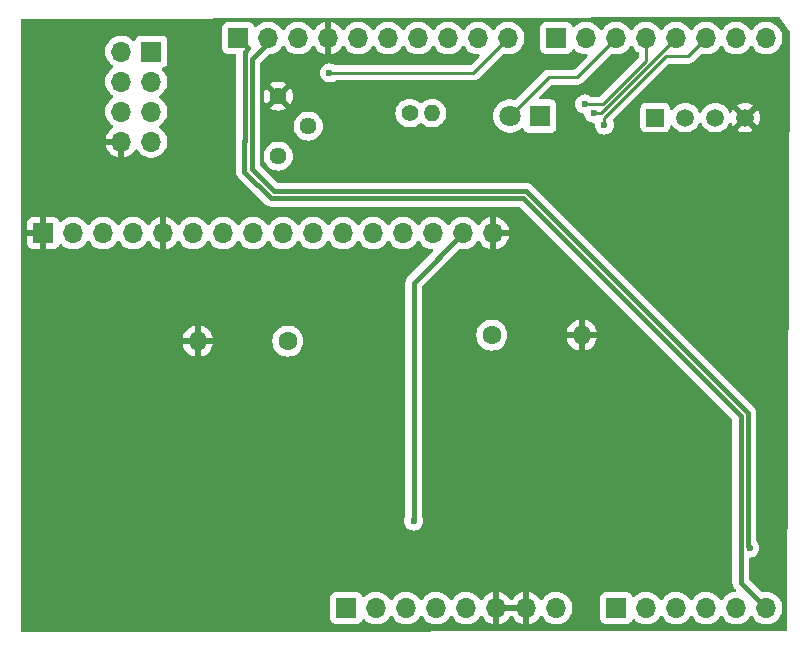
<source format=gbl>
%TF.GenerationSoftware,KiCad,Pcbnew,7.0.1-0*%
%TF.CreationDate,2023-03-23T13:45:05+11:00*%
%TF.ProjectId,ArduinoEnvironmentMonitorShield,41726475-696e-46f4-956e-7669726f6e6d,rev?*%
%TF.SameCoordinates,Original*%
%TF.FileFunction,Copper,L2,Bot*%
%TF.FilePolarity,Positive*%
%FSLAX46Y46*%
G04 Gerber Fmt 4.6, Leading zero omitted, Abs format (unit mm)*
G04 Created by KiCad (PCBNEW 7.0.1-0) date 2023-03-23 13:45:05*
%MOMM*%
%LPD*%
G01*
G04 APERTURE LIST*
%TA.AperFunction,ComponentPad*%
%ADD10R,1.700000X1.700000*%
%TD*%
%TA.AperFunction,ComponentPad*%
%ADD11O,1.700000X1.700000*%
%TD*%
%TA.AperFunction,ComponentPad*%
%ADD12R,1.500000X1.500000*%
%TD*%
%TA.AperFunction,ComponentPad*%
%ADD13C,1.500000*%
%TD*%
%TA.AperFunction,ComponentPad*%
%ADD14C,1.600000*%
%TD*%
%TA.AperFunction,ComponentPad*%
%ADD15O,1.600000X1.600000*%
%TD*%
%TA.AperFunction,ComponentPad*%
%ADD16C,1.400000*%
%TD*%
%TA.AperFunction,ComponentPad*%
%ADD17O,1.400000X1.400000*%
%TD*%
%TA.AperFunction,ComponentPad*%
%ADD18R,1.800000X1.800000*%
%TD*%
%TA.AperFunction,ComponentPad*%
%ADD19C,1.800000*%
%TD*%
%TA.AperFunction,ComponentPad*%
%ADD20C,1.440000*%
%TD*%
%TA.AperFunction,ViaPad*%
%ADD21C,0.600000*%
%TD*%
%TA.AperFunction,Conductor*%
%ADD22C,0.400000*%
%TD*%
%TA.AperFunction,Conductor*%
%ADD23C,0.250000*%
%TD*%
G04 APERTURE END LIST*
D10*
%TO.P,J5,1,Pin_1*%
%TO.N,/+3.3V*%
X111430000Y-50343000D03*
D11*
%TO.P,J5,2,Pin_2*%
%TO.N,/\u002A9*%
X108890000Y-50343000D03*
%TO.P,J5,3,Pin_3*%
%TO.N,unconnected-(J5-Pin_3-Pad3)*%
X111430000Y-52883000D03*
%TO.P,J5,4,Pin_4*%
%TO.N,unconnected-(J5-Pin_4-Pad4)*%
X108890000Y-52883000D03*
%TO.P,J5,5,Pin_5*%
%TO.N,/+3.3V*%
X111430000Y-55423000D03*
%TO.P,J5,6,Pin_6*%
%TO.N,unconnected-(J5-Pin_6-Pad6)*%
X108890000Y-55423000D03*
%TO.P,J5,7,Pin_7*%
%TO.N,/8*%
X111430000Y-57963000D03*
%TO.P,J5,8,Pin_8*%
%TO.N,GND*%
X108890000Y-57963000D03*
%TD*%
D10*
%TO.P,J1,1,Pin_1*%
%TO.N,unconnected-(J1-Pin_1-Pad1)*%
X127940000Y-97460000D03*
D11*
%TO.P,J1,2,Pin_2*%
%TO.N,/IOREF*%
X130480000Y-97460000D03*
%TO.P,J1,3,Pin_3*%
%TO.N,/~{RESET}*%
X133020000Y-97460000D03*
%TO.P,J1,4,Pin_4*%
%TO.N,+3V3*%
X135560000Y-97460000D03*
%TO.P,J1,5,Pin_5*%
%TO.N,+5V*%
X138100000Y-97460000D03*
%TO.P,J1,6,Pin_6*%
%TO.N,GND*%
X140640000Y-97460000D03*
%TO.P,J1,7,Pin_7*%
X143180000Y-97460000D03*
%TO.P,J1,8,Pin_8*%
%TO.N,VCC*%
X145720000Y-97460000D03*
%TD*%
D10*
%TO.P,J3,1,Pin_1*%
%TO.N,/A0*%
X150800000Y-97460000D03*
D11*
%TO.P,J3,2,Pin_2*%
%TO.N,/A1*%
X153340000Y-97460000D03*
%TO.P,J3,3,Pin_3*%
%TO.N,/A2*%
X155880000Y-97460000D03*
%TO.P,J3,4,Pin_4*%
%TO.N,/A3*%
X158420000Y-97460000D03*
%TO.P,J3,5,Pin_5*%
%TO.N,/SDA{slash}A4*%
X160960000Y-97460000D03*
%TO.P,J3,6,Pin_6*%
%TO.N,/SCL{slash}A5*%
X163500000Y-97460000D03*
%TD*%
D10*
%TO.P,J2,1,Pin_1*%
%TO.N,/SCL{slash}A5*%
X118796000Y-49200000D03*
D11*
%TO.P,J2,2,Pin_2*%
%TO.N,/SDA{slash}A4*%
X121336000Y-49200000D03*
%TO.P,J2,3,Pin_3*%
%TO.N,/AREF*%
X123876000Y-49200000D03*
%TO.P,J2,4,Pin_4*%
%TO.N,GND*%
X126416000Y-49200000D03*
%TO.P,J2,5,Pin_5*%
%TO.N,/13*%
X128956000Y-49200000D03*
%TO.P,J2,6,Pin_6*%
%TO.N,/12*%
X131496000Y-49200000D03*
%TO.P,J2,7,Pin_7*%
%TO.N,/\u002A11*%
X134036000Y-49200000D03*
%TO.P,J2,8,Pin_8*%
%TO.N,/\u002A10*%
X136576000Y-49200000D03*
%TO.P,J2,9,Pin_9*%
%TO.N,/\u002A9*%
X139116000Y-49200000D03*
%TO.P,J2,10,Pin_10*%
%TO.N,/8*%
X141656000Y-49200000D03*
%TD*%
D10*
%TO.P,J4,1,Pin_1*%
%TO.N,/7*%
X145720000Y-49200000D03*
D11*
%TO.P,J4,2,Pin_2*%
%TO.N,/\u002A6*%
X148260000Y-49200000D03*
%TO.P,J4,3,Pin_3*%
%TO.N,/\u002A5*%
X150800000Y-49200000D03*
%TO.P,J4,4,Pin_4*%
%TO.N,/4*%
X153340000Y-49200000D03*
%TO.P,J4,5,Pin_5*%
%TO.N,/\u002A3*%
X155880000Y-49200000D03*
%TO.P,J4,6,Pin_6*%
%TO.N,/2*%
X158420000Y-49200000D03*
%TO.P,J4,7,Pin_7*%
%TO.N,/TX{slash}1*%
X160960000Y-49200000D03*
%TO.P,J4,8,Pin_8*%
%TO.N,/RX{slash}0*%
X163500000Y-49200000D03*
%TD*%
D10*
%TO.P,J6,1,Pin_1*%
%TO.N,GND*%
X102286000Y-65710000D03*
D11*
%TO.P,J6,2,Pin_2*%
%TO.N,+5V*%
X104826000Y-65710000D03*
%TO.P,J6,3,Pin_3*%
%TO.N,/LCD_V0*%
X107366000Y-65710000D03*
%TO.P,J6,4,Pin_4*%
%TO.N,/12*%
X109906000Y-65710000D03*
%TO.P,J6,5,Pin_5*%
%TO.N,GND*%
X112446000Y-65710000D03*
%TO.P,J6,6,Pin_6*%
%TO.N,/\u002A11*%
X114986000Y-65710000D03*
%TO.P,J6,7,Pin_7*%
%TO.N,unconnected-(J6-Pin_7-Pad7)*%
X117526000Y-65710000D03*
%TO.P,J6,8,Pin_8*%
%TO.N,unconnected-(J6-Pin_8-Pad8)*%
X120066000Y-65710000D03*
%TO.P,J6,9,Pin_9*%
%TO.N,unconnected-(J6-Pin_9-Pad9)*%
X122606000Y-65710000D03*
%TO.P,J6,10,Pin_10*%
%TO.N,unconnected-(J6-Pin_10-Pad10)*%
X125146000Y-65710000D03*
%TO.P,J6,11,Pin_11*%
%TO.N,/2*%
X127686000Y-65710000D03*
%TO.P,J6,12,Pin_12*%
%TO.N,/\u002A3*%
X130226000Y-65710000D03*
%TO.P,J6,13,Pin_13*%
%TO.N,/4*%
X132766000Y-65710000D03*
%TO.P,J6,14,Pin_14*%
%TO.N,/\u002A5*%
X135306000Y-65710000D03*
%TO.P,J6,15,Pin_15*%
%TO.N,+5V*%
X137846000Y-65710000D03*
%TO.P,J6,16,Pin_16*%
%TO.N,GND*%
X140386000Y-65710000D03*
%TD*%
D12*
%TO.P,U1,1,VCC*%
%TO.N,+5V*%
X154102000Y-55931000D03*
D13*
%TO.P,U1,2,IO*%
%TO.N,/\u002A10*%
X156642000Y-55931000D03*
%TO.P,U1,3,NC*%
%TO.N,unconnected-(U1-NC-Pad3)*%
X159182000Y-55931000D03*
%TO.P,U1,4,GND*%
%TO.N,GND*%
X161722000Y-55931000D03*
%TD*%
D14*
%TO.P,R3,1*%
%TO.N,Net-(D1-K)*%
X140259000Y-74346000D03*
D15*
%TO.P,R3,2*%
%TO.N,GND*%
X147879000Y-74346000D03*
%TD*%
D14*
%TO.P,R2,1*%
%TO.N,/A0*%
X122987000Y-74854000D03*
D15*
%TO.P,R2,2*%
%TO.N,GND*%
X115367000Y-74854000D03*
%TD*%
D16*
%TO.P,R1,1*%
%TO.N,+5V*%
X133303000Y-55550000D03*
D17*
%TO.P,R1,2*%
%TO.N,/A0*%
X135203000Y-55550000D03*
%TD*%
D18*
%TO.P,D1,1,K*%
%TO.N,Net-(D1-K)*%
X144323000Y-55804000D03*
D19*
%TO.P,D1,2,A*%
%TO.N,/\u002A5*%
X141783000Y-55804000D03*
%TD*%
D20*
%TO.P,RV1,1,1*%
%TO.N,+5V*%
X122173000Y-59192600D03*
%TO.P,RV1,2,2*%
%TO.N,/LCD_V0*%
X124713000Y-56652600D03*
%TO.P,RV1,3,3*%
%TO.N,GND*%
X122173000Y-54112600D03*
%TD*%
D21*
%TO.N,+5V*%
X133655000Y-90094000D03*
%TO.N,/SDA{slash}A4*%
X162103000Y-92380000D03*
%TO.N,/8*%
X126517600Y-52146400D03*
%TO.N,/4*%
X148133000Y-54788000D03*
%TO.N,/2*%
X149784000Y-56566000D03*
%TO.N,/\u002A3*%
X148895000Y-55550000D03*
%TD*%
D22*
%TO.N,+5V*%
X133655000Y-90094000D02*
X133655000Y-69901000D01*
X133655000Y-69901000D02*
X137846000Y-65710000D01*
%TO.N,/SDA{slash}A4*%
X119939000Y-60289472D02*
X121803528Y-62154000D01*
X121336000Y-49200000D02*
X121336000Y-49581000D01*
X161941000Y-80955472D02*
X161941000Y-92218000D01*
X121336000Y-49581000D02*
X119939000Y-50978000D01*
X121803528Y-62154000D02*
X143139528Y-62154000D01*
X119939000Y-50978000D02*
X119939000Y-60289472D01*
X143139528Y-62154000D02*
X161941000Y-80955472D01*
X161941000Y-92218000D02*
X162103000Y-92380000D01*
%TO.N,/SCL{slash}A5*%
X161341000Y-81204000D02*
X161341000Y-95301000D01*
X121555000Y-62754000D02*
X142891000Y-62754000D01*
X119641736Y-50045736D02*
X119339000Y-50348472D01*
X119304000Y-60503000D02*
X121555000Y-62754000D01*
X119339000Y-50348472D02*
X119339000Y-57872520D01*
X119304000Y-57907520D02*
X119304000Y-60503000D01*
X119339000Y-57872520D02*
X119304000Y-57907520D01*
X142891000Y-62754000D02*
X161341000Y-81204000D01*
X161341000Y-95301000D02*
X163500000Y-97460000D01*
X118796000Y-49200000D02*
X119641736Y-50045736D01*
D23*
%TO.N,/8*%
X138709600Y-52146400D02*
X141656000Y-49200000D01*
X126517600Y-52146400D02*
X138709600Y-52146400D01*
%TO.N,/4*%
X153340000Y-51103604D02*
X153340000Y-49200000D01*
X148133000Y-54788000D02*
X149655604Y-54788000D01*
X149655604Y-54788000D02*
X153340000Y-51103604D01*
%TO.N,/2*%
X149784000Y-55932396D02*
X154992396Y-50724000D01*
X154992396Y-50724000D02*
X156896000Y-50724000D01*
X149784000Y-56566000D02*
X149784000Y-55932396D01*
X156896000Y-50724000D02*
X158420000Y-49200000D01*
%TO.N,/\u002A5*%
X147498000Y-52502000D02*
X150800000Y-49200000D01*
X141783000Y-55804000D02*
X145085000Y-52502000D01*
X145085000Y-52502000D02*
X147498000Y-52502000D01*
%TO.N,/\u002A3*%
X149530000Y-55550000D02*
X155880000Y-49200000D01*
X148895000Y-55550000D02*
X149530000Y-55550000D01*
%TD*%
%TA.AperFunction,Conductor*%
%TO.N,GND*%
G36*
X164635566Y-47436312D02*
G01*
X164680711Y-47475873D01*
X165509024Y-48659177D01*
X165526067Y-48693854D01*
X165531799Y-48732065D01*
X165278627Y-99239876D01*
X165261578Y-99302537D01*
X165215589Y-99348386D01*
X165152876Y-99365244D01*
X104633563Y-99483677D01*
X100507246Y-99491752D01*
X100444142Y-99474954D01*
X100397922Y-99428824D01*
X100381000Y-99365753D01*
X100381000Y-98358638D01*
X126581500Y-98358638D01*
X126588011Y-98419201D01*
X126604173Y-98462533D01*
X126639111Y-98556205D01*
X126726738Y-98673261D01*
X126843794Y-98760888D01*
X126843795Y-98760888D01*
X126843796Y-98760889D01*
X126980799Y-98811989D01*
X127041362Y-98818500D01*
X128838638Y-98818500D01*
X128899201Y-98811989D01*
X129036204Y-98760889D01*
X129153261Y-98673261D01*
X129240889Y-98556204D01*
X129284999Y-98437941D01*
X129321530Y-98385903D01*
X129378821Y-98358327D01*
X129442282Y-98362237D01*
X129495753Y-98396636D01*
X129533780Y-98437943D01*
X129556762Y-98462908D01*
X129734421Y-98601187D01*
X129734424Y-98601189D01*
X129932426Y-98708342D01*
X130145365Y-98781444D01*
X130367431Y-98818500D01*
X130592566Y-98818500D01*
X130592569Y-98818500D01*
X130814635Y-98781444D01*
X131027574Y-98708342D01*
X131225576Y-98601189D01*
X131403240Y-98462906D01*
X131555722Y-98297268D01*
X131644518Y-98161354D01*
X131690031Y-98119458D01*
X131750000Y-98104272D01*
X131809969Y-98119458D01*
X131855481Y-98161354D01*
X131944278Y-98297268D01*
X132056525Y-98419200D01*
X132096762Y-98462908D01*
X132274421Y-98601187D01*
X132274424Y-98601189D01*
X132472426Y-98708342D01*
X132685365Y-98781444D01*
X132907431Y-98818500D01*
X133132566Y-98818500D01*
X133132569Y-98818500D01*
X133354635Y-98781444D01*
X133567574Y-98708342D01*
X133765576Y-98601189D01*
X133943240Y-98462906D01*
X134095722Y-98297268D01*
X134184518Y-98161354D01*
X134230031Y-98119458D01*
X134290000Y-98104272D01*
X134349969Y-98119458D01*
X134395481Y-98161354D01*
X134484278Y-98297268D01*
X134596525Y-98419200D01*
X134636762Y-98462908D01*
X134814421Y-98601187D01*
X134814424Y-98601189D01*
X135012426Y-98708342D01*
X135225365Y-98781444D01*
X135447431Y-98818500D01*
X135672566Y-98818500D01*
X135672569Y-98818500D01*
X135894635Y-98781444D01*
X136107574Y-98708342D01*
X136305576Y-98601189D01*
X136483240Y-98462906D01*
X136635722Y-98297268D01*
X136724518Y-98161354D01*
X136770031Y-98119458D01*
X136830000Y-98104272D01*
X136889969Y-98119458D01*
X136935481Y-98161354D01*
X137024278Y-98297268D01*
X137136525Y-98419200D01*
X137176762Y-98462908D01*
X137354421Y-98601187D01*
X137354424Y-98601189D01*
X137552426Y-98708342D01*
X137765365Y-98781444D01*
X137987431Y-98818500D01*
X138212566Y-98818500D01*
X138212569Y-98818500D01*
X138434635Y-98781444D01*
X138647574Y-98708342D01*
X138845576Y-98601189D01*
X139023240Y-98462906D01*
X139175722Y-98297268D01*
X139264818Y-98160896D01*
X139310329Y-98118999D01*
X139370299Y-98103813D01*
X139430268Y-98118999D01*
X139475782Y-98160897D01*
X139564678Y-98296962D01*
X139717096Y-98462533D01*
X139894697Y-98600766D01*
X140092631Y-98707883D01*
X140305485Y-98780955D01*
X140386000Y-98794391D01*
X140386000Y-97714000D01*
X140894000Y-97714000D01*
X140894000Y-98794391D01*
X140974514Y-98780955D01*
X141187368Y-98707883D01*
X141385302Y-98600766D01*
X141562903Y-98462533D01*
X141715323Y-98296960D01*
X141804517Y-98160440D01*
X141850031Y-98118541D01*
X141910000Y-98103355D01*
X141969969Y-98118541D01*
X142015483Y-98160440D01*
X142104676Y-98296960D01*
X142257096Y-98462533D01*
X142434697Y-98600766D01*
X142632631Y-98707883D01*
X142845485Y-98780955D01*
X142926000Y-98794391D01*
X143434000Y-98794391D01*
X143514514Y-98780955D01*
X143727368Y-98707883D01*
X143925302Y-98600766D01*
X144102903Y-98462533D01*
X144255323Y-98296960D01*
X144344217Y-98160899D01*
X144389730Y-98119000D01*
X144449700Y-98103814D01*
X144509669Y-98119000D01*
X144555183Y-98160898D01*
X144644278Y-98297268D01*
X144756525Y-98419200D01*
X144796762Y-98462908D01*
X144974421Y-98601187D01*
X144974424Y-98601189D01*
X145172426Y-98708342D01*
X145385365Y-98781444D01*
X145607431Y-98818500D01*
X145832566Y-98818500D01*
X145832569Y-98818500D01*
X146054635Y-98781444D01*
X146267574Y-98708342D01*
X146465576Y-98601189D01*
X146643240Y-98462906D01*
X146795722Y-98297268D01*
X146918860Y-98108791D01*
X147009296Y-97902616D01*
X147064564Y-97684368D01*
X147083156Y-97460000D01*
X147064564Y-97235632D01*
X147009296Y-97017384D01*
X146918860Y-96811209D01*
X146795722Y-96622732D01*
X146643240Y-96457094D01*
X146643239Y-96457093D01*
X146643237Y-96457091D01*
X146465578Y-96318812D01*
X146267573Y-96211657D01*
X146114510Y-96159111D01*
X146054635Y-96138556D01*
X145832569Y-96101500D01*
X145607431Y-96101500D01*
X145385365Y-96138556D01*
X145385362Y-96138556D01*
X145385362Y-96138557D01*
X145172426Y-96211657D01*
X144974421Y-96318812D01*
X144796762Y-96457091D01*
X144644275Y-96622735D01*
X144555182Y-96759101D01*
X144509669Y-96800999D01*
X144449700Y-96816185D01*
X144389731Y-96800999D01*
X144344217Y-96759101D01*
X144255321Y-96623037D01*
X144102903Y-96457466D01*
X143925302Y-96319233D01*
X143727368Y-96212116D01*
X143514514Y-96139044D01*
X143434000Y-96125609D01*
X143434000Y-98794391D01*
X142926000Y-98794391D01*
X142926000Y-97714000D01*
X140894000Y-97714000D01*
X140386000Y-97714000D01*
X140386000Y-97206000D01*
X140894000Y-97206000D01*
X142926000Y-97206000D01*
X142926000Y-96125609D01*
X142845485Y-96139044D01*
X142632631Y-96212116D01*
X142434697Y-96319233D01*
X142257096Y-96457466D01*
X142104678Y-96623037D01*
X142015483Y-96759560D01*
X141969969Y-96801458D01*
X141910000Y-96816644D01*
X141850031Y-96801458D01*
X141804517Y-96759560D01*
X141715321Y-96623037D01*
X141562903Y-96457466D01*
X141385302Y-96319233D01*
X141187368Y-96212116D01*
X140974514Y-96139044D01*
X140894000Y-96125609D01*
X140894000Y-97206000D01*
X140386000Y-97206000D01*
X140386000Y-96125609D01*
X140305485Y-96139044D01*
X140092631Y-96212116D01*
X139894697Y-96319233D01*
X139717096Y-96457466D01*
X139564678Y-96623037D01*
X139475782Y-96759102D01*
X139430268Y-96801000D01*
X139370299Y-96816186D01*
X139310329Y-96801000D01*
X139264816Y-96759101D01*
X139175723Y-96622734D01*
X139175722Y-96622732D01*
X139023240Y-96457094D01*
X139023239Y-96457093D01*
X139023237Y-96457091D01*
X138845578Y-96318812D01*
X138647573Y-96211657D01*
X138494510Y-96159111D01*
X138434635Y-96138556D01*
X138212569Y-96101500D01*
X137987431Y-96101500D01*
X137765365Y-96138556D01*
X137765362Y-96138556D01*
X137765362Y-96138557D01*
X137552426Y-96211657D01*
X137354421Y-96318812D01*
X137176762Y-96457091D01*
X137024278Y-96622731D01*
X136935483Y-96758643D01*
X136889969Y-96800541D01*
X136830000Y-96815727D01*
X136770031Y-96800541D01*
X136724517Y-96758643D01*
X136635721Y-96622731D01*
X136554126Y-96534096D01*
X136483240Y-96457094D01*
X136483239Y-96457093D01*
X136483237Y-96457091D01*
X136305578Y-96318812D01*
X136107573Y-96211657D01*
X135954510Y-96159111D01*
X135894635Y-96138556D01*
X135672569Y-96101500D01*
X135447431Y-96101500D01*
X135225365Y-96138556D01*
X135225362Y-96138556D01*
X135225362Y-96138557D01*
X135012426Y-96211657D01*
X134814421Y-96318812D01*
X134636762Y-96457091D01*
X134484278Y-96622731D01*
X134395483Y-96758643D01*
X134349969Y-96800541D01*
X134290000Y-96815727D01*
X134230031Y-96800541D01*
X134184517Y-96758643D01*
X134095721Y-96622731D01*
X134014126Y-96534096D01*
X133943240Y-96457094D01*
X133943239Y-96457093D01*
X133943237Y-96457091D01*
X133765578Y-96318812D01*
X133567573Y-96211657D01*
X133414510Y-96159111D01*
X133354635Y-96138556D01*
X133132569Y-96101500D01*
X132907431Y-96101500D01*
X132685365Y-96138556D01*
X132685362Y-96138556D01*
X132685362Y-96138557D01*
X132472426Y-96211657D01*
X132274421Y-96318812D01*
X132096762Y-96457091D01*
X131944278Y-96622731D01*
X131855483Y-96758643D01*
X131809969Y-96800541D01*
X131750000Y-96815727D01*
X131690031Y-96800541D01*
X131644517Y-96758643D01*
X131555721Y-96622731D01*
X131474126Y-96534096D01*
X131403240Y-96457094D01*
X131403239Y-96457093D01*
X131403237Y-96457091D01*
X131225578Y-96318812D01*
X131027573Y-96211657D01*
X130874510Y-96159111D01*
X130814635Y-96138556D01*
X130592569Y-96101500D01*
X130367431Y-96101500D01*
X130145365Y-96138556D01*
X130145362Y-96138556D01*
X130145362Y-96138557D01*
X129932426Y-96211657D01*
X129734421Y-96318812D01*
X129556758Y-96457094D01*
X129495754Y-96523362D01*
X129442282Y-96557762D01*
X129378820Y-96561672D01*
X129321530Y-96534096D01*
X129284998Y-96482056D01*
X129275688Y-96457094D01*
X129240889Y-96363796D01*
X129240888Y-96363794D01*
X129153261Y-96246738D01*
X129036205Y-96159111D01*
X128967702Y-96133561D01*
X128899201Y-96108011D01*
X128838638Y-96101500D01*
X127041362Y-96101500D01*
X126980799Y-96108011D01*
X126843794Y-96159111D01*
X126726738Y-96246738D01*
X126639111Y-96363794D01*
X126595002Y-96482056D01*
X126588011Y-96500799D01*
X126581500Y-96561362D01*
X126581500Y-98358638D01*
X100381000Y-98358638D01*
X100381000Y-75108000D01*
X114080918Y-75108000D01*
X114133186Y-75303070D01*
X114229912Y-75510498D01*
X114361189Y-75697981D01*
X114523018Y-75859810D01*
X114710501Y-75991087D01*
X114917929Y-76087813D01*
X115113000Y-76140082D01*
X115113000Y-75108000D01*
X115621000Y-75108000D01*
X115621000Y-76140082D01*
X115816070Y-76087813D01*
X116023498Y-75991087D01*
X116210981Y-75859810D01*
X116372810Y-75697981D01*
X116504087Y-75510498D01*
X116600813Y-75303070D01*
X116653082Y-75108000D01*
X115621000Y-75108000D01*
X115113000Y-75108000D01*
X114080918Y-75108000D01*
X100381000Y-75108000D01*
X100381000Y-74854000D01*
X121673502Y-74854000D01*
X121693457Y-75082087D01*
X121752715Y-75303243D01*
X121849477Y-75510750D01*
X121980804Y-75698303D01*
X122142696Y-75860195D01*
X122330249Y-75991522D01*
X122537756Y-76088284D01*
X122597014Y-76104162D01*
X122758913Y-76147543D01*
X122987000Y-76167498D01*
X123215087Y-76147543D01*
X123436243Y-76088284D01*
X123643749Y-75991523D01*
X123831300Y-75860198D01*
X123993198Y-75698300D01*
X124124523Y-75510749D01*
X124221284Y-75303243D01*
X124280543Y-75082087D01*
X124300498Y-74854000D01*
X124280543Y-74625913D01*
X124221284Y-74404757D01*
X124193885Y-74346000D01*
X124124522Y-74197249D01*
X124036817Y-74071995D01*
X123993198Y-74009700D01*
X123993197Y-74009699D01*
X123993195Y-74009696D01*
X123831303Y-73847804D01*
X123643750Y-73716477D01*
X123436243Y-73619715D01*
X123215087Y-73560457D01*
X122987000Y-73540502D01*
X122758912Y-73560457D01*
X122537756Y-73619715D01*
X122330249Y-73716477D01*
X122142696Y-73847804D01*
X121980804Y-74009696D01*
X121849477Y-74197249D01*
X121752715Y-74404756D01*
X121693457Y-74625912D01*
X121673502Y-74854000D01*
X100381000Y-74854000D01*
X100381000Y-74600000D01*
X114080917Y-74600000D01*
X115113000Y-74600000D01*
X115113000Y-73567918D01*
X115621000Y-73567918D01*
X115621000Y-74600000D01*
X116653082Y-74600000D01*
X116600813Y-74404929D01*
X116504087Y-74197501D01*
X116372810Y-74010018D01*
X116210981Y-73848189D01*
X116023498Y-73716912D01*
X115816070Y-73620186D01*
X115621000Y-73567918D01*
X115113000Y-73567918D01*
X115113000Y-73567917D01*
X114917929Y-73620186D01*
X114710501Y-73716912D01*
X114523018Y-73848189D01*
X114361189Y-74010018D01*
X114229912Y-74197501D01*
X114133186Y-74404929D01*
X114080917Y-74600000D01*
X100381000Y-74600000D01*
X100381000Y-65964000D01*
X100928000Y-65964000D01*
X100928000Y-66608589D01*
X100934505Y-66669093D01*
X100985554Y-66805962D01*
X101073095Y-66922904D01*
X101190037Y-67010445D01*
X101326906Y-67061494D01*
X101387411Y-67068000D01*
X102032000Y-67068000D01*
X102540000Y-67068000D01*
X103184589Y-67068000D01*
X103245093Y-67061494D01*
X103381962Y-67010445D01*
X103498904Y-66922904D01*
X103586445Y-66805962D01*
X103630618Y-66687530D01*
X103667150Y-66635490D01*
X103724441Y-66607914D01*
X103787903Y-66611824D01*
X103841373Y-66646222D01*
X103862427Y-66669093D01*
X103902762Y-66712908D01*
X104080421Y-66851187D01*
X104080424Y-66851189D01*
X104278426Y-66958342D01*
X104491365Y-67031444D01*
X104713431Y-67068500D01*
X104938566Y-67068500D01*
X104938569Y-67068500D01*
X105160635Y-67031444D01*
X105373574Y-66958342D01*
X105571576Y-66851189D01*
X105749240Y-66712906D01*
X105901722Y-66547268D01*
X105990518Y-66411354D01*
X106036031Y-66369458D01*
X106096000Y-66354272D01*
X106155969Y-66369458D01*
X106201481Y-66411354D01*
X106290077Y-66546960D01*
X106290278Y-66547268D01*
X106442762Y-66712908D01*
X106620421Y-66851187D01*
X106620424Y-66851189D01*
X106818426Y-66958342D01*
X107031365Y-67031444D01*
X107253431Y-67068500D01*
X107478566Y-67068500D01*
X107478569Y-67068500D01*
X107700635Y-67031444D01*
X107913574Y-66958342D01*
X108111576Y-66851189D01*
X108289240Y-66712906D01*
X108441722Y-66547268D01*
X108530518Y-66411354D01*
X108576031Y-66369458D01*
X108636000Y-66354272D01*
X108695969Y-66369458D01*
X108741481Y-66411354D01*
X108830077Y-66546960D01*
X108830278Y-66547268D01*
X108982762Y-66712908D01*
X109160421Y-66851187D01*
X109160424Y-66851189D01*
X109358426Y-66958342D01*
X109571365Y-67031444D01*
X109793431Y-67068500D01*
X110018566Y-67068500D01*
X110018569Y-67068500D01*
X110240635Y-67031444D01*
X110453574Y-66958342D01*
X110651576Y-66851189D01*
X110829240Y-66712906D01*
X110981722Y-66547268D01*
X111070818Y-66410896D01*
X111116329Y-66368999D01*
X111176299Y-66353813D01*
X111236268Y-66368999D01*
X111281782Y-66410897D01*
X111370678Y-66546962D01*
X111523096Y-66712533D01*
X111700697Y-66850766D01*
X111898631Y-66957883D01*
X112111485Y-67030955D01*
X112192000Y-67044391D01*
X112700000Y-67044391D01*
X112780514Y-67030955D01*
X112993368Y-66957883D01*
X113191302Y-66850766D01*
X113368903Y-66712533D01*
X113521323Y-66546960D01*
X113610217Y-66410899D01*
X113655730Y-66369000D01*
X113715700Y-66353814D01*
X113775669Y-66369000D01*
X113821183Y-66410898D01*
X113910278Y-66547268D01*
X114062762Y-66712908D01*
X114240421Y-66851187D01*
X114240424Y-66851189D01*
X114438426Y-66958342D01*
X114651365Y-67031444D01*
X114873431Y-67068500D01*
X115098566Y-67068500D01*
X115098569Y-67068500D01*
X115320635Y-67031444D01*
X115533574Y-66958342D01*
X115731576Y-66851189D01*
X115909240Y-66712906D01*
X116061722Y-66547268D01*
X116150518Y-66411354D01*
X116196031Y-66369458D01*
X116256000Y-66354272D01*
X116315969Y-66369458D01*
X116361481Y-66411354D01*
X116450077Y-66546960D01*
X116450278Y-66547268D01*
X116602762Y-66712908D01*
X116780421Y-66851187D01*
X116780424Y-66851189D01*
X116978426Y-66958342D01*
X117191365Y-67031444D01*
X117413431Y-67068500D01*
X117638566Y-67068500D01*
X117638569Y-67068500D01*
X117860635Y-67031444D01*
X118073574Y-66958342D01*
X118271576Y-66851189D01*
X118449240Y-66712906D01*
X118601722Y-66547268D01*
X118690518Y-66411354D01*
X118736031Y-66369458D01*
X118796000Y-66354272D01*
X118855969Y-66369458D01*
X118901481Y-66411354D01*
X118990077Y-66546960D01*
X118990278Y-66547268D01*
X119142762Y-66712908D01*
X119320421Y-66851187D01*
X119320424Y-66851189D01*
X119518426Y-66958342D01*
X119731365Y-67031444D01*
X119953431Y-67068500D01*
X120178566Y-67068500D01*
X120178569Y-67068500D01*
X120400635Y-67031444D01*
X120613574Y-66958342D01*
X120811576Y-66851189D01*
X120989240Y-66712906D01*
X121141722Y-66547268D01*
X121230518Y-66411354D01*
X121276031Y-66369458D01*
X121336000Y-66354272D01*
X121395969Y-66369458D01*
X121441481Y-66411354D01*
X121530077Y-66546960D01*
X121530278Y-66547268D01*
X121682762Y-66712908D01*
X121860421Y-66851187D01*
X121860424Y-66851189D01*
X122058426Y-66958342D01*
X122271365Y-67031444D01*
X122493431Y-67068500D01*
X122718566Y-67068500D01*
X122718569Y-67068500D01*
X122940635Y-67031444D01*
X123153574Y-66958342D01*
X123351576Y-66851189D01*
X123529240Y-66712906D01*
X123681722Y-66547268D01*
X123770518Y-66411354D01*
X123816031Y-66369458D01*
X123876000Y-66354272D01*
X123935969Y-66369458D01*
X123981481Y-66411354D01*
X124070077Y-66546960D01*
X124070278Y-66547268D01*
X124222762Y-66712908D01*
X124400421Y-66851187D01*
X124400424Y-66851189D01*
X124598426Y-66958342D01*
X124811365Y-67031444D01*
X125033431Y-67068500D01*
X125258566Y-67068500D01*
X125258569Y-67068500D01*
X125480635Y-67031444D01*
X125693574Y-66958342D01*
X125891576Y-66851189D01*
X126069240Y-66712906D01*
X126221722Y-66547268D01*
X126310518Y-66411354D01*
X126356031Y-66369458D01*
X126416000Y-66354272D01*
X126475969Y-66369458D01*
X126521481Y-66411354D01*
X126610077Y-66546960D01*
X126610278Y-66547268D01*
X126762762Y-66712908D01*
X126940421Y-66851187D01*
X126940424Y-66851189D01*
X127138426Y-66958342D01*
X127351365Y-67031444D01*
X127573431Y-67068500D01*
X127798566Y-67068500D01*
X127798569Y-67068500D01*
X128020635Y-67031444D01*
X128233574Y-66958342D01*
X128431576Y-66851189D01*
X128609240Y-66712906D01*
X128761722Y-66547268D01*
X128850518Y-66411354D01*
X128896031Y-66369458D01*
X128956000Y-66354272D01*
X129015969Y-66369458D01*
X129061481Y-66411354D01*
X129150077Y-66546960D01*
X129150278Y-66547268D01*
X129302762Y-66712908D01*
X129480421Y-66851187D01*
X129480424Y-66851189D01*
X129678426Y-66958342D01*
X129891365Y-67031444D01*
X130113431Y-67068500D01*
X130338566Y-67068500D01*
X130338569Y-67068500D01*
X130560635Y-67031444D01*
X130773574Y-66958342D01*
X130971576Y-66851189D01*
X131149240Y-66712906D01*
X131301722Y-66547268D01*
X131390518Y-66411354D01*
X131436031Y-66369458D01*
X131496000Y-66354272D01*
X131555969Y-66369458D01*
X131601481Y-66411354D01*
X131690077Y-66546960D01*
X131690278Y-66547268D01*
X131842762Y-66712908D01*
X132020421Y-66851187D01*
X132020424Y-66851189D01*
X132218426Y-66958342D01*
X132431365Y-67031444D01*
X132653431Y-67068500D01*
X132878566Y-67068500D01*
X132878569Y-67068500D01*
X133100635Y-67031444D01*
X133313574Y-66958342D01*
X133511576Y-66851189D01*
X133689240Y-66712906D01*
X133841722Y-66547268D01*
X133930518Y-66411354D01*
X133976031Y-66369458D01*
X134036000Y-66354272D01*
X134095969Y-66369458D01*
X134141481Y-66411354D01*
X134230077Y-66546960D01*
X134230278Y-66547268D01*
X134382762Y-66712908D01*
X134560421Y-66851187D01*
X134560424Y-66851189D01*
X134758426Y-66958342D01*
X134971365Y-67031444D01*
X135193431Y-67068500D01*
X135193438Y-67068500D01*
X135202313Y-67069981D01*
X135263998Y-67098961D01*
X135301568Y-67155822D01*
X135304033Y-67223930D01*
X135270670Y-67283358D01*
X133171856Y-69382172D01*
X133166317Y-69387388D01*
X133120782Y-69427729D01*
X133086238Y-69477773D01*
X133081731Y-69483898D01*
X133044224Y-69531774D01*
X133040036Y-69541078D01*
X133028843Y-69560923D01*
X133023048Y-69569319D01*
X133001482Y-69626183D01*
X132998570Y-69633211D01*
X132973611Y-69688668D01*
X132971771Y-69698710D01*
X132965651Y-69720662D01*
X132962035Y-69730197D01*
X132954705Y-69790554D01*
X132953561Y-69798071D01*
X132942597Y-69857906D01*
X132946270Y-69918610D01*
X132946500Y-69926218D01*
X132946500Y-89665626D01*
X132927187Y-89732662D01*
X132921956Y-89740985D01*
X132861783Y-89912950D01*
X132841384Y-90093999D01*
X132861783Y-90275049D01*
X132921956Y-90447014D01*
X133018889Y-90601282D01*
X133147717Y-90730110D01*
X133147719Y-90730111D01*
X133301985Y-90827043D01*
X133473953Y-90887217D01*
X133655000Y-90907616D01*
X133836047Y-90887217D01*
X134008015Y-90827043D01*
X134162281Y-90730111D01*
X134291111Y-90601281D01*
X134388043Y-90447015D01*
X134448217Y-90275047D01*
X134468616Y-90094000D01*
X134448217Y-89912953D01*
X134388043Y-89740985D01*
X134382812Y-89732661D01*
X134363500Y-89665626D01*
X134363500Y-74346000D01*
X138945502Y-74346000D01*
X138950643Y-74404757D01*
X138965457Y-74574087D01*
X139024715Y-74795243D01*
X139121477Y-75002750D01*
X139252804Y-75190303D01*
X139414696Y-75352195D01*
X139602249Y-75483522D01*
X139809756Y-75580284D01*
X139869014Y-75596162D01*
X140030913Y-75639543D01*
X140259000Y-75659498D01*
X140487087Y-75639543D01*
X140708243Y-75580284D01*
X140915749Y-75483523D01*
X141103300Y-75352198D01*
X141265198Y-75190300D01*
X141396523Y-75002749D01*
X141493284Y-74795243D01*
X141545600Y-74600000D01*
X146592918Y-74600000D01*
X146645186Y-74795070D01*
X146741912Y-75002498D01*
X146873189Y-75189981D01*
X147035018Y-75351810D01*
X147222501Y-75483087D01*
X147429929Y-75579813D01*
X147625000Y-75632082D01*
X147625000Y-74600000D01*
X148133000Y-74600000D01*
X148133000Y-75632082D01*
X148328070Y-75579813D01*
X148535498Y-75483087D01*
X148722981Y-75351810D01*
X148884810Y-75189981D01*
X149016087Y-75002498D01*
X149112813Y-74795070D01*
X149165082Y-74600000D01*
X148133000Y-74600000D01*
X147625000Y-74600000D01*
X146592918Y-74600000D01*
X141545600Y-74600000D01*
X141552543Y-74574087D01*
X141572498Y-74346000D01*
X141552543Y-74117913D01*
X141545600Y-74092000D01*
X146592917Y-74092000D01*
X147625000Y-74092000D01*
X147625000Y-73059917D01*
X148132999Y-73059917D01*
X148133000Y-73059918D01*
X148133000Y-74092000D01*
X149165082Y-74092000D01*
X149112813Y-73896929D01*
X149016087Y-73689501D01*
X148884810Y-73502018D01*
X148722981Y-73340189D01*
X148535498Y-73208912D01*
X148328070Y-73112186D01*
X148132999Y-73059917D01*
X147625000Y-73059917D01*
X147429929Y-73112186D01*
X147222501Y-73208912D01*
X147035018Y-73340189D01*
X146873189Y-73502018D01*
X146741912Y-73689501D01*
X146645186Y-73896929D01*
X146592917Y-74092000D01*
X141545600Y-74092000D01*
X141493284Y-73896757D01*
X141396523Y-73689251D01*
X141265198Y-73501700D01*
X141265197Y-73501699D01*
X141265195Y-73501696D01*
X141103303Y-73339804D01*
X140915750Y-73208477D01*
X140708243Y-73111715D01*
X140487087Y-73052457D01*
X140259000Y-73032502D01*
X140030912Y-73052457D01*
X139809756Y-73111715D01*
X139602249Y-73208477D01*
X139414696Y-73339804D01*
X139252804Y-73501696D01*
X139121477Y-73689249D01*
X139024715Y-73896756D01*
X138972400Y-74092000D01*
X138965457Y-74117913D01*
X138945502Y-74346000D01*
X134363500Y-74346000D01*
X134363500Y-70246660D01*
X134373091Y-70198442D01*
X134400405Y-70157565D01*
X135130243Y-69427727D01*
X137478497Y-67079471D01*
X137529150Y-67048575D01*
X137588329Y-67044287D01*
X137733428Y-67068500D01*
X137733431Y-67068500D01*
X137958566Y-67068500D01*
X137958569Y-67068500D01*
X138180635Y-67031444D01*
X138393574Y-66958342D01*
X138591576Y-66851189D01*
X138769240Y-66712906D01*
X138921722Y-66547268D01*
X139010818Y-66410896D01*
X139056329Y-66368999D01*
X139116299Y-66353813D01*
X139176268Y-66368999D01*
X139221782Y-66410897D01*
X139310678Y-66546962D01*
X139463096Y-66712533D01*
X139640697Y-66850766D01*
X139838631Y-66957883D01*
X140051485Y-67030955D01*
X140132000Y-67044391D01*
X140132000Y-65964000D01*
X140640000Y-65964000D01*
X140640000Y-67044391D01*
X140720514Y-67030955D01*
X140933368Y-66957883D01*
X141131302Y-66850766D01*
X141308903Y-66712533D01*
X141461321Y-66546962D01*
X141584419Y-66358548D01*
X141674822Y-66152451D01*
X141722544Y-65964000D01*
X140640000Y-65964000D01*
X140132000Y-65964000D01*
X140132000Y-64375609D01*
X140640000Y-64375609D01*
X140640000Y-65456000D01*
X141722544Y-65456000D01*
X141722544Y-65455999D01*
X141674822Y-65267548D01*
X141584419Y-65061451D01*
X141461321Y-64873037D01*
X141308903Y-64707466D01*
X141131302Y-64569233D01*
X140933368Y-64462116D01*
X140720514Y-64389044D01*
X140640000Y-64375609D01*
X140132000Y-64375609D01*
X140051485Y-64389044D01*
X139838631Y-64462116D01*
X139640697Y-64569233D01*
X139463096Y-64707466D01*
X139310678Y-64873037D01*
X139221782Y-65009102D01*
X139176268Y-65051000D01*
X139116299Y-65066186D01*
X139056329Y-65051000D01*
X139010816Y-65009101D01*
X138921723Y-64872734D01*
X138921722Y-64872732D01*
X138769240Y-64707094D01*
X138769239Y-64707093D01*
X138769237Y-64707091D01*
X138591578Y-64568812D01*
X138393573Y-64461657D01*
X138182056Y-64389044D01*
X138180635Y-64388556D01*
X137958569Y-64351500D01*
X137733431Y-64351500D01*
X137511365Y-64388556D01*
X137511362Y-64388556D01*
X137511362Y-64388557D01*
X137298426Y-64461657D01*
X137100421Y-64568812D01*
X136922762Y-64707091D01*
X136770278Y-64872731D01*
X136681483Y-65008643D01*
X136635969Y-65050541D01*
X136576000Y-65065727D01*
X136516031Y-65050541D01*
X136470517Y-65008643D01*
X136381721Y-64872731D01*
X136325271Y-64811411D01*
X136229240Y-64707094D01*
X136229239Y-64707093D01*
X136229237Y-64707091D01*
X136051578Y-64568812D01*
X135853573Y-64461657D01*
X135642056Y-64389044D01*
X135640635Y-64388556D01*
X135418569Y-64351500D01*
X135193431Y-64351500D01*
X134971365Y-64388556D01*
X134971362Y-64388556D01*
X134971362Y-64388557D01*
X134758426Y-64461657D01*
X134560421Y-64568812D01*
X134382762Y-64707091D01*
X134230278Y-64872731D01*
X134141483Y-65008643D01*
X134095969Y-65050541D01*
X134036000Y-65065727D01*
X133976031Y-65050541D01*
X133930517Y-65008643D01*
X133841721Y-64872731D01*
X133785271Y-64811411D01*
X133689240Y-64707094D01*
X133689239Y-64707093D01*
X133689237Y-64707091D01*
X133511578Y-64568812D01*
X133313573Y-64461657D01*
X133102056Y-64389044D01*
X133100635Y-64388556D01*
X132878569Y-64351500D01*
X132653431Y-64351500D01*
X132431365Y-64388556D01*
X132431362Y-64388556D01*
X132431362Y-64388557D01*
X132218426Y-64461657D01*
X132020421Y-64568812D01*
X131842762Y-64707091D01*
X131690278Y-64872731D01*
X131601483Y-65008643D01*
X131555969Y-65050541D01*
X131496000Y-65065727D01*
X131436031Y-65050541D01*
X131390517Y-65008643D01*
X131301721Y-64872731D01*
X131245271Y-64811411D01*
X131149240Y-64707094D01*
X131149239Y-64707093D01*
X131149237Y-64707091D01*
X130971578Y-64568812D01*
X130773573Y-64461657D01*
X130562056Y-64389044D01*
X130560635Y-64388556D01*
X130338569Y-64351500D01*
X130113431Y-64351500D01*
X129891365Y-64388556D01*
X129891362Y-64388556D01*
X129891362Y-64388557D01*
X129678426Y-64461657D01*
X129480421Y-64568812D01*
X129302762Y-64707091D01*
X129150278Y-64872731D01*
X129061483Y-65008643D01*
X129015969Y-65050541D01*
X128956000Y-65065727D01*
X128896031Y-65050541D01*
X128850517Y-65008643D01*
X128761721Y-64872731D01*
X128705271Y-64811411D01*
X128609240Y-64707094D01*
X128609239Y-64707093D01*
X128609237Y-64707091D01*
X128431578Y-64568812D01*
X128233573Y-64461657D01*
X128022056Y-64389044D01*
X128020635Y-64388556D01*
X127798569Y-64351500D01*
X127573431Y-64351500D01*
X127351365Y-64388556D01*
X127351362Y-64388556D01*
X127351362Y-64388557D01*
X127138426Y-64461657D01*
X126940421Y-64568812D01*
X126762762Y-64707091D01*
X126610278Y-64872731D01*
X126521483Y-65008643D01*
X126475969Y-65050541D01*
X126416000Y-65065727D01*
X126356031Y-65050541D01*
X126310517Y-65008643D01*
X126221721Y-64872731D01*
X126165271Y-64811411D01*
X126069240Y-64707094D01*
X126069239Y-64707093D01*
X126069237Y-64707091D01*
X125891578Y-64568812D01*
X125693573Y-64461657D01*
X125482056Y-64389044D01*
X125480635Y-64388556D01*
X125258569Y-64351500D01*
X125033431Y-64351500D01*
X124811365Y-64388556D01*
X124811362Y-64388556D01*
X124811362Y-64388557D01*
X124598426Y-64461657D01*
X124400421Y-64568812D01*
X124222762Y-64707091D01*
X124070278Y-64872731D01*
X123981483Y-65008643D01*
X123935969Y-65050541D01*
X123876000Y-65065727D01*
X123816031Y-65050541D01*
X123770517Y-65008643D01*
X123681721Y-64872731D01*
X123625271Y-64811411D01*
X123529240Y-64707094D01*
X123529239Y-64707093D01*
X123529237Y-64707091D01*
X123351578Y-64568812D01*
X123153573Y-64461657D01*
X122942056Y-64389044D01*
X122940635Y-64388556D01*
X122718569Y-64351500D01*
X122493431Y-64351500D01*
X122271365Y-64388556D01*
X122271362Y-64388556D01*
X122271362Y-64388557D01*
X122058426Y-64461657D01*
X121860421Y-64568812D01*
X121682762Y-64707091D01*
X121530278Y-64872731D01*
X121441483Y-65008643D01*
X121395969Y-65050541D01*
X121336000Y-65065727D01*
X121276031Y-65050541D01*
X121230517Y-65008643D01*
X121141721Y-64872731D01*
X121085271Y-64811411D01*
X120989240Y-64707094D01*
X120989239Y-64707093D01*
X120989237Y-64707091D01*
X120811578Y-64568812D01*
X120613573Y-64461657D01*
X120402056Y-64389044D01*
X120400635Y-64388556D01*
X120178569Y-64351500D01*
X119953431Y-64351500D01*
X119731365Y-64388556D01*
X119731362Y-64388556D01*
X119731362Y-64388557D01*
X119518426Y-64461657D01*
X119320421Y-64568812D01*
X119142762Y-64707091D01*
X118990278Y-64872731D01*
X118901483Y-65008643D01*
X118855969Y-65050541D01*
X118796000Y-65065727D01*
X118736031Y-65050541D01*
X118690517Y-65008643D01*
X118601721Y-64872731D01*
X118545271Y-64811411D01*
X118449240Y-64707094D01*
X118449239Y-64707093D01*
X118449237Y-64707091D01*
X118271578Y-64568812D01*
X118073573Y-64461657D01*
X117862056Y-64389044D01*
X117860635Y-64388556D01*
X117638569Y-64351500D01*
X117413431Y-64351500D01*
X117191365Y-64388556D01*
X117191362Y-64388556D01*
X117191362Y-64388557D01*
X116978426Y-64461657D01*
X116780421Y-64568812D01*
X116602762Y-64707091D01*
X116450278Y-64872731D01*
X116361483Y-65008643D01*
X116315969Y-65050541D01*
X116256000Y-65065727D01*
X116196031Y-65050541D01*
X116150517Y-65008643D01*
X116061721Y-64872731D01*
X116005271Y-64811411D01*
X115909240Y-64707094D01*
X115909239Y-64707093D01*
X115909237Y-64707091D01*
X115731578Y-64568812D01*
X115533573Y-64461657D01*
X115322056Y-64389044D01*
X115320635Y-64388556D01*
X115098569Y-64351500D01*
X114873431Y-64351500D01*
X114651365Y-64388556D01*
X114651362Y-64388556D01*
X114651362Y-64388557D01*
X114438426Y-64461657D01*
X114240421Y-64568812D01*
X114062762Y-64707091D01*
X113910275Y-64872735D01*
X113821182Y-65009101D01*
X113775669Y-65050999D01*
X113715700Y-65066185D01*
X113655731Y-65050999D01*
X113610217Y-65009101D01*
X113521321Y-64873037D01*
X113368903Y-64707466D01*
X113191302Y-64569233D01*
X112993368Y-64462116D01*
X112780514Y-64389044D01*
X112700000Y-64375609D01*
X112700000Y-67044391D01*
X112192000Y-67044391D01*
X112192000Y-64375609D01*
X112111485Y-64389044D01*
X111898631Y-64462116D01*
X111700697Y-64569233D01*
X111523096Y-64707466D01*
X111370678Y-64873037D01*
X111281782Y-65009102D01*
X111236268Y-65051000D01*
X111176299Y-65066186D01*
X111116329Y-65051000D01*
X111070816Y-65009101D01*
X110981723Y-64872734D01*
X110981722Y-64872732D01*
X110829240Y-64707094D01*
X110829239Y-64707093D01*
X110829237Y-64707091D01*
X110651578Y-64568812D01*
X110453573Y-64461657D01*
X110242056Y-64389044D01*
X110240635Y-64388556D01*
X110018569Y-64351500D01*
X109793431Y-64351500D01*
X109571365Y-64388556D01*
X109571362Y-64388556D01*
X109571362Y-64388557D01*
X109358426Y-64461657D01*
X109160421Y-64568812D01*
X108982762Y-64707091D01*
X108830278Y-64872731D01*
X108741483Y-65008643D01*
X108695969Y-65050541D01*
X108636000Y-65065727D01*
X108576031Y-65050541D01*
X108530517Y-65008643D01*
X108441721Y-64872731D01*
X108385271Y-64811411D01*
X108289240Y-64707094D01*
X108289239Y-64707093D01*
X108289237Y-64707091D01*
X108111578Y-64568812D01*
X107913573Y-64461657D01*
X107702056Y-64389044D01*
X107700635Y-64388556D01*
X107478569Y-64351500D01*
X107253431Y-64351500D01*
X107031365Y-64388556D01*
X107031362Y-64388556D01*
X107031362Y-64388557D01*
X106818426Y-64461657D01*
X106620421Y-64568812D01*
X106442762Y-64707091D01*
X106290278Y-64872731D01*
X106201483Y-65008643D01*
X106155969Y-65050541D01*
X106096000Y-65065727D01*
X106036031Y-65050541D01*
X105990517Y-65008643D01*
X105901721Y-64872731D01*
X105845271Y-64811411D01*
X105749240Y-64707094D01*
X105749239Y-64707093D01*
X105749237Y-64707091D01*
X105571578Y-64568812D01*
X105373573Y-64461657D01*
X105162056Y-64389044D01*
X105160635Y-64388556D01*
X104938569Y-64351500D01*
X104713431Y-64351500D01*
X104491365Y-64388556D01*
X104491362Y-64388556D01*
X104491362Y-64388557D01*
X104278426Y-64461657D01*
X104080421Y-64568812D01*
X103902762Y-64707091D01*
X103841375Y-64773775D01*
X103787902Y-64808175D01*
X103724440Y-64812085D01*
X103667150Y-64784509D01*
X103630618Y-64732469D01*
X103586445Y-64614037D01*
X103498904Y-64497095D01*
X103381962Y-64409554D01*
X103245093Y-64358505D01*
X103184589Y-64352000D01*
X102540000Y-64352000D01*
X102540000Y-67068000D01*
X102032000Y-67068000D01*
X102032000Y-65964000D01*
X100928000Y-65964000D01*
X100381000Y-65964000D01*
X100381000Y-65456000D01*
X100928000Y-65456000D01*
X102032000Y-65456000D01*
X102032000Y-64352000D01*
X101387411Y-64352000D01*
X101326906Y-64358505D01*
X101190037Y-64409554D01*
X101073095Y-64497095D01*
X100985554Y-64614037D01*
X100934505Y-64750906D01*
X100928000Y-64811411D01*
X100928000Y-65456000D01*
X100381000Y-65456000D01*
X100381000Y-58217000D01*
X107553455Y-58217000D01*
X107601177Y-58405451D01*
X107691580Y-58611548D01*
X107814678Y-58799962D01*
X107967096Y-58965533D01*
X108144697Y-59103766D01*
X108342631Y-59210883D01*
X108555485Y-59283955D01*
X108636000Y-59297391D01*
X108636000Y-58217000D01*
X107553455Y-58217000D01*
X100381000Y-58217000D01*
X100381000Y-55423000D01*
X107526844Y-55423000D01*
X107545436Y-55647368D01*
X107545436Y-55647371D01*
X107545437Y-55647372D01*
X107600702Y-55865611D01*
X107691139Y-56071790D01*
X107795039Y-56230821D01*
X107814278Y-56260268D01*
X107921390Y-56376622D01*
X107966762Y-56425908D01*
X108144422Y-56564188D01*
X108144424Y-56564189D01*
X108178205Y-56582470D01*
X108226477Y-56628785D01*
X108244237Y-56693282D01*
X108226479Y-56757779D01*
X108178209Y-56804096D01*
X108144702Y-56822229D01*
X107967096Y-56960466D01*
X107814678Y-57126037D01*
X107691580Y-57314451D01*
X107601177Y-57520548D01*
X107553455Y-57708999D01*
X107553456Y-57709000D01*
X109018000Y-57709000D01*
X109081000Y-57725881D01*
X109127119Y-57772000D01*
X109144000Y-57835000D01*
X109144000Y-59297391D01*
X109224514Y-59283955D01*
X109437368Y-59210883D01*
X109635302Y-59103766D01*
X109812903Y-58965533D01*
X109965323Y-58799960D01*
X110054217Y-58663899D01*
X110099730Y-58622000D01*
X110159700Y-58606814D01*
X110219669Y-58622000D01*
X110265183Y-58663898D01*
X110354278Y-58800268D01*
X110506762Y-58965908D01*
X110684421Y-59104187D01*
X110684424Y-59104189D01*
X110882426Y-59211342D01*
X111095365Y-59284444D01*
X111317431Y-59321500D01*
X111542566Y-59321500D01*
X111542569Y-59321500D01*
X111764635Y-59284444D01*
X111977574Y-59211342D01*
X112175576Y-59104189D01*
X112353240Y-58965906D01*
X112505722Y-58800268D01*
X112628860Y-58611791D01*
X112719296Y-58405616D01*
X112774564Y-58187368D01*
X112793156Y-57963000D01*
X112774564Y-57738632D01*
X112719296Y-57520384D01*
X112628860Y-57314209D01*
X112505722Y-57125732D01*
X112353240Y-56960094D01*
X112353239Y-56960093D01*
X112353237Y-56960091D01*
X112175578Y-56821812D01*
X112142317Y-56803812D01*
X112094046Y-56757495D01*
X112076288Y-56692997D01*
X112094049Y-56628499D01*
X112142317Y-56582187D01*
X112175576Y-56564189D01*
X112353240Y-56425906D01*
X112505722Y-56260268D01*
X112628860Y-56071791D01*
X112719296Y-55865616D01*
X112774564Y-55647368D01*
X112793156Y-55423000D01*
X112774564Y-55198632D01*
X112719296Y-54980384D01*
X112628860Y-54774209D01*
X112505722Y-54585732D01*
X112353240Y-54420094D01*
X112353239Y-54420093D01*
X112353237Y-54420091D01*
X112175579Y-54281813D01*
X112175577Y-54281812D01*
X112175576Y-54281811D01*
X112142317Y-54263812D01*
X112094047Y-54217498D01*
X112076288Y-54153000D01*
X112094047Y-54088502D01*
X112142317Y-54042187D01*
X112175576Y-54024189D01*
X112353240Y-53885906D01*
X112505722Y-53720268D01*
X112628860Y-53531791D01*
X112719296Y-53325616D01*
X112774564Y-53107368D01*
X112793156Y-52883000D01*
X112774564Y-52658632D01*
X112719296Y-52440384D01*
X112628860Y-52234209D01*
X112505722Y-52045732D01*
X112362523Y-51890178D01*
X112333287Y-51836575D01*
X112332684Y-51775519D01*
X112360859Y-51721348D01*
X112411188Y-51686787D01*
X112526204Y-51643889D01*
X112643261Y-51556261D01*
X112730889Y-51439204D01*
X112781989Y-51302201D01*
X112788500Y-51241638D01*
X112788500Y-50098638D01*
X117437500Y-50098638D01*
X117444011Y-50159201D01*
X117460173Y-50202533D01*
X117495111Y-50296205D01*
X117582738Y-50413261D01*
X117699794Y-50500888D01*
X117699795Y-50500888D01*
X117699796Y-50500889D01*
X117836799Y-50551989D01*
X117897362Y-50558500D01*
X118504500Y-50558500D01*
X118567500Y-50575381D01*
X118613619Y-50621500D01*
X118630500Y-50684500D01*
X118630500Y-57650615D01*
X118624206Y-57679934D01*
X118625369Y-57680148D01*
X118620771Y-57705230D01*
X118614651Y-57727182D01*
X118611035Y-57736717D01*
X118603705Y-57797074D01*
X118602561Y-57804591D01*
X118591597Y-57864426D01*
X118595270Y-57925130D01*
X118595500Y-57932738D01*
X118595500Y-60477782D01*
X118595270Y-60485390D01*
X118591597Y-60546093D01*
X118602559Y-60605910D01*
X118603704Y-60613432D01*
X118611035Y-60673801D01*
X118614649Y-60683332D01*
X118620770Y-60705289D01*
X118622610Y-60715329D01*
X118647572Y-60770794D01*
X118650483Y-60777822D01*
X118672045Y-60834673D01*
X118677839Y-60843068D01*
X118689036Y-60862922D01*
X118693223Y-60872224D01*
X118730725Y-60920092D01*
X118735235Y-60926220D01*
X118769785Y-60976273D01*
X118815316Y-61016610D01*
X118820857Y-61021827D01*
X121036171Y-63237141D01*
X121041388Y-63242682D01*
X121081727Y-63288215D01*
X121131783Y-63322766D01*
X121137891Y-63327260D01*
X121185774Y-63364775D01*
X121195071Y-63368959D01*
X121214931Y-63380161D01*
X121223321Y-63385952D01*
X121223323Y-63385952D01*
X121223325Y-63385954D01*
X121280203Y-63407524D01*
X121287189Y-63410418D01*
X121342671Y-63435389D01*
X121352704Y-63437227D01*
X121374666Y-63443349D01*
X121384199Y-63446965D01*
X121444565Y-63454294D01*
X121452064Y-63455435D01*
X121511908Y-63466402D01*
X121572616Y-63462729D01*
X121580223Y-63462500D01*
X142545340Y-63462500D01*
X142593558Y-63472091D01*
X142634435Y-63499405D01*
X160595595Y-81460565D01*
X160622909Y-81501442D01*
X160632500Y-81549660D01*
X160632500Y-95275782D01*
X160632270Y-95283390D01*
X160628597Y-95344093D01*
X160639559Y-95403910D01*
X160640704Y-95411432D01*
X160648035Y-95471801D01*
X160651649Y-95481332D01*
X160657770Y-95503289D01*
X160659610Y-95513329D01*
X160684572Y-95568794D01*
X160687483Y-95575822D01*
X160709045Y-95632673D01*
X160714839Y-95641068D01*
X160726036Y-95660922D01*
X160730223Y-95670224D01*
X160767725Y-95718092D01*
X160772235Y-95724220D01*
X160806785Y-95774273D01*
X160852316Y-95814610D01*
X160857857Y-95819827D01*
X160924670Y-95886640D01*
X160958033Y-95946068D01*
X160955568Y-96014175D01*
X160917998Y-96071037D01*
X160856314Y-96100016D01*
X160625368Y-96138554D01*
X160412426Y-96211657D01*
X160214421Y-96318812D01*
X160036762Y-96457091D01*
X159884278Y-96622731D01*
X159795483Y-96758643D01*
X159749969Y-96800541D01*
X159690000Y-96815727D01*
X159630031Y-96800541D01*
X159584517Y-96758643D01*
X159495721Y-96622731D01*
X159414126Y-96534096D01*
X159343240Y-96457094D01*
X159343239Y-96457093D01*
X159343237Y-96457091D01*
X159165578Y-96318812D01*
X158967573Y-96211657D01*
X158814510Y-96159111D01*
X158754635Y-96138556D01*
X158532569Y-96101500D01*
X158307431Y-96101500D01*
X158085365Y-96138556D01*
X158085362Y-96138556D01*
X158085362Y-96138557D01*
X157872426Y-96211657D01*
X157674421Y-96318812D01*
X157496762Y-96457091D01*
X157344278Y-96622731D01*
X157255483Y-96758643D01*
X157209969Y-96800541D01*
X157150000Y-96815727D01*
X157090031Y-96800541D01*
X157044517Y-96758643D01*
X156955721Y-96622731D01*
X156874126Y-96534096D01*
X156803240Y-96457094D01*
X156803239Y-96457093D01*
X156803237Y-96457091D01*
X156625578Y-96318812D01*
X156427573Y-96211657D01*
X156274510Y-96159111D01*
X156214635Y-96138556D01*
X155992569Y-96101500D01*
X155767431Y-96101500D01*
X155545365Y-96138556D01*
X155545362Y-96138556D01*
X155545362Y-96138557D01*
X155332426Y-96211657D01*
X155134421Y-96318812D01*
X154956762Y-96457091D01*
X154804278Y-96622731D01*
X154715483Y-96758643D01*
X154669969Y-96800541D01*
X154610000Y-96815727D01*
X154550031Y-96800541D01*
X154504517Y-96758643D01*
X154415721Y-96622731D01*
X154334126Y-96534096D01*
X154263240Y-96457094D01*
X154263239Y-96457093D01*
X154263237Y-96457091D01*
X154085578Y-96318812D01*
X153887573Y-96211657D01*
X153734510Y-96159111D01*
X153674635Y-96138556D01*
X153452569Y-96101500D01*
X153227431Y-96101500D01*
X153005365Y-96138556D01*
X153005362Y-96138556D01*
X153005362Y-96138557D01*
X152792426Y-96211657D01*
X152594421Y-96318812D01*
X152416758Y-96457094D01*
X152355754Y-96523362D01*
X152302282Y-96557762D01*
X152238820Y-96561672D01*
X152181530Y-96534096D01*
X152144998Y-96482056D01*
X152135688Y-96457094D01*
X152100889Y-96363796D01*
X152100888Y-96363794D01*
X152013261Y-96246738D01*
X151896205Y-96159111D01*
X151827702Y-96133561D01*
X151759201Y-96108011D01*
X151698638Y-96101500D01*
X149901362Y-96101500D01*
X149840799Y-96108011D01*
X149703794Y-96159111D01*
X149586738Y-96246738D01*
X149499111Y-96363794D01*
X149455002Y-96482056D01*
X149448011Y-96500799D01*
X149441500Y-96561362D01*
X149441500Y-98358638D01*
X149448011Y-98419201D01*
X149464173Y-98462533D01*
X149499111Y-98556205D01*
X149586738Y-98673261D01*
X149703794Y-98760888D01*
X149703795Y-98760888D01*
X149703796Y-98760889D01*
X149840799Y-98811989D01*
X149901362Y-98818500D01*
X151698638Y-98818500D01*
X151759201Y-98811989D01*
X151896204Y-98760889D01*
X152013261Y-98673261D01*
X152100889Y-98556204D01*
X152144999Y-98437941D01*
X152181530Y-98385903D01*
X152238821Y-98358327D01*
X152302282Y-98362237D01*
X152355753Y-98396636D01*
X152393780Y-98437943D01*
X152416762Y-98462908D01*
X152594421Y-98601187D01*
X152594424Y-98601189D01*
X152792426Y-98708342D01*
X153005365Y-98781444D01*
X153227431Y-98818500D01*
X153452566Y-98818500D01*
X153452569Y-98818500D01*
X153674635Y-98781444D01*
X153887574Y-98708342D01*
X154085576Y-98601189D01*
X154263240Y-98462906D01*
X154415722Y-98297268D01*
X154504518Y-98161354D01*
X154550031Y-98119458D01*
X154610000Y-98104272D01*
X154669969Y-98119458D01*
X154715481Y-98161354D01*
X154804278Y-98297268D01*
X154916525Y-98419200D01*
X154956762Y-98462908D01*
X155134421Y-98601187D01*
X155134424Y-98601189D01*
X155332426Y-98708342D01*
X155545365Y-98781444D01*
X155767431Y-98818500D01*
X155992566Y-98818500D01*
X155992569Y-98818500D01*
X156214635Y-98781444D01*
X156427574Y-98708342D01*
X156625576Y-98601189D01*
X156803240Y-98462906D01*
X156955722Y-98297268D01*
X157044518Y-98161354D01*
X157090031Y-98119458D01*
X157150000Y-98104272D01*
X157209969Y-98119458D01*
X157255481Y-98161354D01*
X157344278Y-98297268D01*
X157456525Y-98419200D01*
X157496762Y-98462908D01*
X157674421Y-98601187D01*
X157674424Y-98601189D01*
X157872426Y-98708342D01*
X158085365Y-98781444D01*
X158307431Y-98818500D01*
X158532566Y-98818500D01*
X158532569Y-98818500D01*
X158754635Y-98781444D01*
X158967574Y-98708342D01*
X159165576Y-98601189D01*
X159343240Y-98462906D01*
X159495722Y-98297268D01*
X159584518Y-98161354D01*
X159630031Y-98119458D01*
X159690000Y-98104272D01*
X159749969Y-98119458D01*
X159795481Y-98161354D01*
X159884278Y-98297268D01*
X159996525Y-98419200D01*
X160036762Y-98462908D01*
X160214421Y-98601187D01*
X160214424Y-98601189D01*
X160412426Y-98708342D01*
X160625365Y-98781444D01*
X160847431Y-98818500D01*
X161072566Y-98818500D01*
X161072569Y-98818500D01*
X161294635Y-98781444D01*
X161507574Y-98708342D01*
X161705576Y-98601189D01*
X161883240Y-98462906D01*
X162035722Y-98297268D01*
X162124518Y-98161354D01*
X162170031Y-98119458D01*
X162230000Y-98104272D01*
X162289969Y-98119458D01*
X162335481Y-98161354D01*
X162424278Y-98297268D01*
X162536525Y-98419200D01*
X162576762Y-98462908D01*
X162754421Y-98601187D01*
X162754424Y-98601189D01*
X162952426Y-98708342D01*
X163165365Y-98781444D01*
X163387431Y-98818500D01*
X163612566Y-98818500D01*
X163612569Y-98818500D01*
X163834635Y-98781444D01*
X164047574Y-98708342D01*
X164245576Y-98601189D01*
X164423240Y-98462906D01*
X164575722Y-98297268D01*
X164698860Y-98108791D01*
X164789296Y-97902616D01*
X164844564Y-97684368D01*
X164863156Y-97460000D01*
X164844564Y-97235632D01*
X164789296Y-97017384D01*
X164698860Y-96811209D01*
X164575722Y-96622732D01*
X164423240Y-96457094D01*
X164423239Y-96457093D01*
X164423237Y-96457091D01*
X164245578Y-96318812D01*
X164047573Y-96211657D01*
X163894510Y-96159111D01*
X163834635Y-96138556D01*
X163612569Y-96101500D01*
X163387431Y-96101500D01*
X163359063Y-96106233D01*
X163242327Y-96125712D01*
X163183149Y-96121423D01*
X163132495Y-96090525D01*
X162086405Y-95044435D01*
X162059091Y-95003558D01*
X162049500Y-94955340D01*
X162049500Y-93312244D01*
X162064102Y-93253368D01*
X162104522Y-93208138D01*
X162161390Y-93187037D01*
X162284047Y-93173217D01*
X162456015Y-93113043D01*
X162610281Y-93016111D01*
X162739111Y-92887281D01*
X162836043Y-92733015D01*
X162896217Y-92561047D01*
X162916616Y-92380000D01*
X162896217Y-92198953D01*
X162836043Y-92026985D01*
X162739111Y-91872719D01*
X162686402Y-91820010D01*
X162659091Y-91779137D01*
X162649500Y-91730918D01*
X162649500Y-80980695D01*
X162649730Y-80973087D01*
X162653402Y-80912380D01*
X162642435Y-80852536D01*
X162641293Y-80845027D01*
X162633965Y-80784672D01*
X162630350Y-80775139D01*
X162624227Y-80753174D01*
X162622389Y-80743143D01*
X162597420Y-80687665D01*
X162594525Y-80680676D01*
X162572954Y-80623797D01*
X162567160Y-80615403D01*
X162555957Y-80595540D01*
X162551775Y-80586248D01*
X162551775Y-80586247D01*
X162514271Y-80538377D01*
X162509772Y-80532262D01*
X162496739Y-80513381D01*
X162475215Y-80482199D01*
X162429682Y-80441860D01*
X162424141Y-80436643D01*
X143658355Y-61670857D01*
X143653138Y-61665316D01*
X143612801Y-61619785D01*
X143582271Y-61598711D01*
X143562748Y-61585235D01*
X143556620Y-61580725D01*
X143508752Y-61543223D01*
X143499450Y-61539036D01*
X143479596Y-61527839D01*
X143478309Y-61526951D01*
X143471203Y-61522046D01*
X143471201Y-61522045D01*
X143414350Y-61500483D01*
X143407322Y-61497572D01*
X143351857Y-61472610D01*
X143341817Y-61470770D01*
X143319860Y-61464649D01*
X143310329Y-61461035D01*
X143249960Y-61453704D01*
X143242442Y-61452559D01*
X143234681Y-61451137D01*
X143182621Y-61441597D01*
X143121918Y-61445270D01*
X143114310Y-61445500D01*
X122149188Y-61445500D01*
X122100970Y-61435909D01*
X122060093Y-61408595D01*
X120684405Y-60032907D01*
X120657091Y-59992030D01*
X120647500Y-59943812D01*
X120647500Y-59192600D01*
X120939807Y-59192600D01*
X120952370Y-59336196D01*
X120958542Y-59406742D01*
X121014177Y-59614376D01*
X121105024Y-59809198D01*
X121228321Y-59985284D01*
X121380315Y-60137278D01*
X121556401Y-60260575D01*
X121556402Y-60260575D01*
X121556403Y-60260576D01*
X121751223Y-60351422D01*
X121958858Y-60407058D01*
X122173000Y-60425793D01*
X122387142Y-60407058D01*
X122594777Y-60351422D01*
X122789597Y-60260576D01*
X122965681Y-60137281D01*
X123117681Y-59985281D01*
X123240976Y-59809197D01*
X123331822Y-59614377D01*
X123387458Y-59406742D01*
X123406193Y-59192600D01*
X123387458Y-58978458D01*
X123331822Y-58770823D01*
X123240976Y-58576004D01*
X123117681Y-58399919D01*
X122965681Y-58247919D01*
X122879205Y-58187368D01*
X122789598Y-58124624D01*
X122594776Y-58033777D01*
X122387142Y-57978142D01*
X122173000Y-57959407D01*
X121958858Y-57978142D01*
X121751223Y-58033778D01*
X121751220Y-58033779D01*
X121751221Y-58033779D01*
X121556402Y-58124624D01*
X121380316Y-58247921D01*
X121228321Y-58399916D01*
X121105024Y-58576002D01*
X121020300Y-58757693D01*
X121014178Y-58770823D01*
X120958542Y-58978458D01*
X120939807Y-59192600D01*
X120647500Y-59192600D01*
X120647500Y-56652600D01*
X123479807Y-56652600D01*
X123488070Y-56747047D01*
X123498542Y-56866742D01*
X123554177Y-57074376D01*
X123645024Y-57269198D01*
X123768321Y-57445284D01*
X123920315Y-57597278D01*
X124096401Y-57720575D01*
X124096402Y-57720575D01*
X124096403Y-57720576D01*
X124291223Y-57811422D01*
X124498858Y-57867058D01*
X124713000Y-57885793D01*
X124927142Y-57867058D01*
X125134777Y-57811422D01*
X125329597Y-57720576D01*
X125505681Y-57597281D01*
X125657681Y-57445281D01*
X125780976Y-57269197D01*
X125871822Y-57074377D01*
X125927458Y-56866742D01*
X125946193Y-56652600D01*
X125927458Y-56438458D01*
X125871822Y-56230823D01*
X125780976Y-56036004D01*
X125657681Y-55859919D01*
X125505681Y-55707919D01*
X125419205Y-55647368D01*
X125329598Y-55584624D01*
X125255347Y-55550000D01*
X132089884Y-55550000D01*
X132108314Y-55760655D01*
X132163043Y-55964909D01*
X132252411Y-56156559D01*
X132373701Y-56329779D01*
X132523220Y-56479298D01*
X132696440Y-56600588D01*
X132696441Y-56600588D01*
X132696442Y-56600589D01*
X132888090Y-56689956D01*
X133092345Y-56744686D01*
X133303000Y-56763116D01*
X133513655Y-56744686D01*
X133717910Y-56689956D01*
X133909558Y-56600589D01*
X134082776Y-56479301D01*
X134085408Y-56476669D01*
X134163905Y-56398173D01*
X134220389Y-56365561D01*
X134285611Y-56365561D01*
X134342095Y-56398173D01*
X134423220Y-56479298D01*
X134596440Y-56600588D01*
X134596441Y-56600588D01*
X134596442Y-56600589D01*
X134788090Y-56689956D01*
X134992345Y-56744686D01*
X135203000Y-56763116D01*
X135413655Y-56744686D01*
X135617910Y-56689956D01*
X135809558Y-56600589D01*
X135982776Y-56479301D01*
X136132301Y-56329776D01*
X136253589Y-56156558D01*
X136342956Y-55964910D01*
X136386072Y-55804000D01*
X140369673Y-55804000D01*
X140388949Y-56036626D01*
X140388949Y-56036629D01*
X140388950Y-56036630D01*
X140446250Y-56262905D01*
X140540016Y-56476669D01*
X140654956Y-56652599D01*
X140667686Y-56672083D01*
X140825780Y-56843818D01*
X141009983Y-56987190D01*
X141215273Y-57098287D01*
X141436049Y-57174080D01*
X141666288Y-57212500D01*
X141899709Y-57212500D01*
X141899712Y-57212500D01*
X142129951Y-57174080D01*
X142350727Y-57098287D01*
X142556017Y-56987190D01*
X142740220Y-56843818D01*
X142740221Y-56843816D01*
X142748459Y-56837405D01*
X142749550Y-56838806D01*
X142791451Y-56811847D01*
X142854915Y-56807934D01*
X142912208Y-56835509D01*
X142948742Y-56887550D01*
X142972111Y-56950206D01*
X143059738Y-57067261D01*
X143176794Y-57154888D01*
X143176795Y-57154888D01*
X143176796Y-57154889D01*
X143313799Y-57205989D01*
X143374362Y-57212500D01*
X145271638Y-57212500D01*
X145332201Y-57205989D01*
X145469204Y-57154889D01*
X145586261Y-57067261D01*
X145673889Y-56950204D01*
X145724989Y-56813201D01*
X145731500Y-56752638D01*
X145731500Y-54855362D01*
X145724989Y-54794799D01*
X145673889Y-54657796D01*
X145646201Y-54620809D01*
X145586261Y-54540738D01*
X145469205Y-54453111D01*
X145380675Y-54420091D01*
X145332201Y-54402011D01*
X145271638Y-54395500D01*
X144391594Y-54395500D01*
X144334391Y-54381767D01*
X144289658Y-54343561D01*
X144267145Y-54289211D01*
X144271761Y-54230564D01*
X144302499Y-54180405D01*
X145310499Y-53172405D01*
X145351376Y-53145091D01*
X145399594Y-53135500D01*
X147414147Y-53135500D01*
X147434935Y-53137795D01*
X147437907Y-53137701D01*
X147437909Y-53137702D01*
X147505985Y-53135562D01*
X147509945Y-53135500D01*
X147537852Y-53135500D01*
X147537856Y-53135500D01*
X147541865Y-53134993D01*
X147553699Y-53134061D01*
X147597889Y-53132673D01*
X147617338Y-53127021D01*
X147636698Y-53123012D01*
X147656797Y-53120474D01*
X147697915Y-53104193D01*
X147709117Y-53100357D01*
X147751593Y-53088018D01*
X147769039Y-53077699D01*
X147786780Y-53069009D01*
X147805617Y-53061552D01*
X147841392Y-53035558D01*
X147851303Y-53029048D01*
X147889362Y-53006542D01*
X147903691Y-52992212D01*
X147918719Y-52979377D01*
X147935107Y-52967472D01*
X147963303Y-52933386D01*
X147971272Y-52924630D01*
X150342076Y-50553826D01*
X150402766Y-50520166D01*
X150454545Y-50522842D01*
X150455066Y-50519725D01*
X150465362Y-50521443D01*
X150465365Y-50521444D01*
X150687431Y-50558500D01*
X150912566Y-50558500D01*
X150912569Y-50558500D01*
X151134635Y-50521444D01*
X151347574Y-50448342D01*
X151545576Y-50341189D01*
X151723240Y-50202906D01*
X151875722Y-50037268D01*
X151964518Y-49901354D01*
X152010031Y-49859458D01*
X152070000Y-49844272D01*
X152129969Y-49859458D01*
X152175481Y-49901354D01*
X152264278Y-50037268D01*
X152376525Y-50159200D01*
X152416762Y-50202908D01*
X152594418Y-50341185D01*
X152594420Y-50341186D01*
X152594424Y-50341189D01*
X152640471Y-50366108D01*
X152688741Y-50412424D01*
X152706500Y-50476921D01*
X152706500Y-50789010D01*
X152696909Y-50837228D01*
X152669595Y-50878105D01*
X149430104Y-54117595D01*
X149389227Y-54144909D01*
X149341009Y-54154500D01*
X148680736Y-54154500D01*
X148613700Y-54135187D01*
X148486014Y-54054956D01*
X148314049Y-53994783D01*
X148133000Y-53974384D01*
X147951950Y-53994783D01*
X147779985Y-54054956D01*
X147625717Y-54151889D01*
X147496889Y-54280717D01*
X147399956Y-54434985D01*
X147339783Y-54606950D01*
X147319384Y-54788000D01*
X147339783Y-54969049D01*
X147399956Y-55141014D01*
X147496889Y-55295282D01*
X147625717Y-55424110D01*
X147736593Y-55493778D01*
X147779985Y-55521043D01*
X147951953Y-55581217D01*
X147986763Y-55585139D01*
X148039688Y-55603658D01*
X148079340Y-55643309D01*
X148097861Y-55696237D01*
X148101783Y-55731049D01*
X148161956Y-55903014D01*
X148258889Y-56057282D01*
X148387717Y-56186110D01*
X148505739Y-56260268D01*
X148541985Y-56283043D01*
X148713953Y-56343217D01*
X148866750Y-56360433D01*
X148927462Y-56384260D01*
X148968128Y-56435253D01*
X148977849Y-56499747D01*
X148970589Y-56564185D01*
X148970384Y-56566000D01*
X148972208Y-56582186D01*
X148990783Y-56747049D01*
X149050956Y-56919014D01*
X149147889Y-57073282D01*
X149276717Y-57202110D01*
X149293253Y-57212500D01*
X149430985Y-57299043D01*
X149602953Y-57359217D01*
X149784000Y-57379616D01*
X149965047Y-57359217D01*
X150137015Y-57299043D01*
X150291281Y-57202111D01*
X150420111Y-57073281D01*
X150517043Y-56919015D01*
X150577217Y-56747047D01*
X150579179Y-56729638D01*
X152843500Y-56729638D01*
X152850011Y-56790201D01*
X152861802Y-56821814D01*
X152901111Y-56927205D01*
X152988738Y-57044261D01*
X153105794Y-57131888D01*
X153105795Y-57131888D01*
X153105796Y-57131889D01*
X153242799Y-57182989D01*
X153303362Y-57189500D01*
X154900638Y-57189500D01*
X154961201Y-57182989D01*
X155098204Y-57131889D01*
X155215261Y-57044261D01*
X155302889Y-56927204D01*
X155353989Y-56790201D01*
X155360500Y-56729638D01*
X155360500Y-56694577D01*
X155376298Y-56633491D01*
X155419730Y-56587723D01*
X155479905Y-56568750D01*
X155541734Y-56581329D01*
X155589713Y-56622306D01*
X155674253Y-56743041D01*
X155829958Y-56898746D01*
X155829961Y-56898748D01*
X155829962Y-56898749D01*
X156010346Y-57025056D01*
X156209924Y-57118120D01*
X156261310Y-57131889D01*
X156422624Y-57175114D01*
X156422625Y-57175114D01*
X156422629Y-57175115D01*
X156642000Y-57194307D01*
X156861371Y-57175115D01*
X157074076Y-57118120D01*
X157273654Y-57025056D01*
X157454038Y-56898749D01*
X157609749Y-56743038D01*
X157736056Y-56562654D01*
X157797805Y-56430230D01*
X157844300Y-56377213D01*
X157912000Y-56357480D01*
X157979700Y-56377213D01*
X158026194Y-56430230D01*
X158047849Y-56476669D01*
X158087943Y-56562653D01*
X158214253Y-56743041D01*
X158369958Y-56898746D01*
X158369961Y-56898748D01*
X158369962Y-56898749D01*
X158550346Y-57025056D01*
X158749924Y-57118120D01*
X158801310Y-57131889D01*
X158962624Y-57175114D01*
X158962625Y-57175114D01*
X158962629Y-57175115D01*
X159182000Y-57194307D01*
X159401371Y-57175115D01*
X159614076Y-57118120D01*
X159813654Y-57025056D01*
X159874861Y-56982198D01*
X161030012Y-56982198D01*
X161090595Y-57024620D01*
X161290094Y-57117649D01*
X161502715Y-57174619D01*
X161722000Y-57193804D01*
X161941284Y-57174619D01*
X162153904Y-57117649D01*
X162353405Y-57024619D01*
X162413986Y-56982198D01*
X162413986Y-56982197D01*
X161722000Y-56290210D01*
X161721999Y-56290210D01*
X161030012Y-56982196D01*
X161030012Y-56982198D01*
X159874861Y-56982198D01*
X159994038Y-56898749D01*
X160149749Y-56743038D01*
X160276056Y-56562654D01*
X160338081Y-56429639D01*
X160384575Y-56376623D01*
X160452274Y-56356890D01*
X160519974Y-56376622D01*
X160566470Y-56429640D01*
X160628379Y-56562403D01*
X160670800Y-56622986D01*
X160670802Y-56622986D01*
X161362789Y-55931000D01*
X162081210Y-55931000D01*
X162773196Y-56622986D01*
X162773198Y-56622986D01*
X162815619Y-56562405D01*
X162908649Y-56362904D01*
X162965619Y-56150284D01*
X162984804Y-55931000D01*
X162965619Y-55711715D01*
X162908649Y-55499095D01*
X162815620Y-55299597D01*
X162773198Y-55239012D01*
X162773197Y-55239012D01*
X162081210Y-55930999D01*
X162081210Y-55931000D01*
X161362789Y-55931000D01*
X161362789Y-55930999D01*
X160670800Y-55239011D01*
X160628378Y-55299598D01*
X160566469Y-55432361D01*
X160519974Y-55485378D01*
X160452274Y-55505110D01*
X160384575Y-55485377D01*
X160338080Y-55432359D01*
X160334233Y-55424110D01*
X160276056Y-55299347D01*
X160149749Y-55118962D01*
X160149748Y-55118961D01*
X160149746Y-55118958D01*
X159994041Y-54963253D01*
X159874860Y-54879801D01*
X161030011Y-54879801D01*
X161721999Y-55571789D01*
X161722000Y-55571789D01*
X162413986Y-54879801D01*
X162413986Y-54879800D01*
X162353403Y-54837379D01*
X162153905Y-54744350D01*
X161941284Y-54687380D01*
X161722000Y-54668195D01*
X161502715Y-54687380D01*
X161290092Y-54744351D01*
X161090598Y-54837378D01*
X161030011Y-54879801D01*
X159874860Y-54879801D01*
X159813653Y-54836943D01*
X159614074Y-54743879D01*
X159401375Y-54686885D01*
X159182000Y-54667693D01*
X158962624Y-54686885D01*
X158749925Y-54743879D01*
X158550347Y-54836943D01*
X158369958Y-54963253D01*
X158214253Y-55118958D01*
X158087944Y-55299345D01*
X158026195Y-55431769D01*
X157979700Y-55484786D01*
X157912000Y-55504519D01*
X157844300Y-55484786D01*
X157797805Y-55431769D01*
X157757479Y-55345290D01*
X157736056Y-55299347D01*
X157718502Y-55274278D01*
X157609746Y-55118958D01*
X157454041Y-54963253D01*
X157273653Y-54836943D01*
X157074074Y-54743879D01*
X156861375Y-54686885D01*
X156642000Y-54667693D01*
X156422624Y-54686885D01*
X156209925Y-54743879D01*
X156010347Y-54836943D01*
X155829958Y-54963253D01*
X155674253Y-55118958D01*
X155589713Y-55239695D01*
X155541735Y-55280672D01*
X155479906Y-55293251D01*
X155419730Y-55274278D01*
X155376298Y-55228510D01*
X155360500Y-55167424D01*
X155360500Y-55132362D01*
X155359059Y-55118958D01*
X155353989Y-55071799D01*
X155302889Y-54934796D01*
X155302888Y-54934794D01*
X155215261Y-54817738D01*
X155098205Y-54730111D01*
X155022372Y-54701827D01*
X154961201Y-54679011D01*
X154900638Y-54672500D01*
X153303362Y-54672500D01*
X153242799Y-54679011D01*
X153105794Y-54730111D01*
X152988738Y-54817738D01*
X152901111Y-54934794D01*
X152850011Y-55071798D01*
X152850011Y-55071799D01*
X152843500Y-55132362D01*
X152843500Y-56729638D01*
X150579179Y-56729638D01*
X150597616Y-56566000D01*
X150577217Y-56384953D01*
X150517043Y-56212985D01*
X150517042Y-56212983D01*
X150512674Y-56200500D01*
X150508762Y-56130847D01*
X150542506Y-56069792D01*
X155217894Y-51394405D01*
X155258772Y-51367091D01*
X155306990Y-51357500D01*
X156812147Y-51357500D01*
X156832935Y-51359795D01*
X156835907Y-51359701D01*
X156835909Y-51359702D01*
X156903985Y-51357562D01*
X156907945Y-51357500D01*
X156935852Y-51357500D01*
X156935856Y-51357500D01*
X156939865Y-51356993D01*
X156951699Y-51356061D01*
X156995889Y-51354673D01*
X157015338Y-51349021D01*
X157034698Y-51345012D01*
X157054797Y-51342474D01*
X157095915Y-51326193D01*
X157107117Y-51322357D01*
X157149593Y-51310018D01*
X157167039Y-51299699D01*
X157184780Y-51291009D01*
X157203617Y-51283552D01*
X157239392Y-51257558D01*
X157249303Y-51251048D01*
X157287362Y-51228542D01*
X157301691Y-51214212D01*
X157316719Y-51201377D01*
X157333107Y-51189472D01*
X157361303Y-51155386D01*
X157369272Y-51146630D01*
X157962076Y-50553826D01*
X158022766Y-50520166D01*
X158074545Y-50522842D01*
X158075066Y-50519725D01*
X158085362Y-50521443D01*
X158085365Y-50521444D01*
X158307431Y-50558500D01*
X158532566Y-50558500D01*
X158532569Y-50558500D01*
X158754635Y-50521444D01*
X158967574Y-50448342D01*
X159165576Y-50341189D01*
X159343240Y-50202906D01*
X159495722Y-50037268D01*
X159584518Y-49901354D01*
X159630031Y-49859458D01*
X159690000Y-49844272D01*
X159749969Y-49859458D01*
X159795481Y-49901354D01*
X159884278Y-50037268D01*
X159996525Y-50159200D01*
X160036762Y-50202908D01*
X160214421Y-50341187D01*
X160214424Y-50341189D01*
X160412426Y-50448342D01*
X160625365Y-50521444D01*
X160847431Y-50558500D01*
X161072566Y-50558500D01*
X161072569Y-50558500D01*
X161294635Y-50521444D01*
X161507574Y-50448342D01*
X161705576Y-50341189D01*
X161883240Y-50202906D01*
X162035722Y-50037268D01*
X162124518Y-49901354D01*
X162170031Y-49859458D01*
X162230000Y-49844272D01*
X162289969Y-49859458D01*
X162335481Y-49901354D01*
X162424278Y-50037268D01*
X162536525Y-50159200D01*
X162576762Y-50202908D01*
X162754421Y-50341187D01*
X162754424Y-50341189D01*
X162952426Y-50448342D01*
X163165365Y-50521444D01*
X163387431Y-50558500D01*
X163612566Y-50558500D01*
X163612569Y-50558500D01*
X163834635Y-50521444D01*
X164047574Y-50448342D01*
X164245576Y-50341189D01*
X164423240Y-50202906D01*
X164575722Y-50037268D01*
X164698860Y-49848791D01*
X164789296Y-49642616D01*
X164844564Y-49424368D01*
X164863156Y-49200000D01*
X164844564Y-48975632D01*
X164789296Y-48757384D01*
X164698860Y-48551209D01*
X164575722Y-48362732D01*
X164423240Y-48197094D01*
X164423239Y-48197093D01*
X164423237Y-48197091D01*
X164245578Y-48058812D01*
X164047573Y-47951657D01*
X163836056Y-47879044D01*
X163834635Y-47878556D01*
X163612569Y-47841500D01*
X163387431Y-47841500D01*
X163165365Y-47878556D01*
X163165362Y-47878556D01*
X163165362Y-47878557D01*
X162952426Y-47951657D01*
X162754421Y-48058812D01*
X162576762Y-48197091D01*
X162424278Y-48362731D01*
X162335483Y-48498643D01*
X162289969Y-48540541D01*
X162230000Y-48555727D01*
X162170031Y-48540541D01*
X162124517Y-48498643D01*
X162035721Y-48362731D01*
X161954126Y-48274096D01*
X161883240Y-48197094D01*
X161883239Y-48197093D01*
X161883237Y-48197091D01*
X161705578Y-48058812D01*
X161507573Y-47951657D01*
X161296056Y-47879044D01*
X161294635Y-47878556D01*
X161072569Y-47841500D01*
X160847431Y-47841500D01*
X160625365Y-47878556D01*
X160625362Y-47878556D01*
X160625362Y-47878557D01*
X160412426Y-47951657D01*
X160214421Y-48058812D01*
X160036762Y-48197091D01*
X159884278Y-48362731D01*
X159795483Y-48498643D01*
X159749969Y-48540541D01*
X159690000Y-48555727D01*
X159630031Y-48540541D01*
X159584517Y-48498643D01*
X159495721Y-48362731D01*
X159414126Y-48274096D01*
X159343240Y-48197094D01*
X159343239Y-48197093D01*
X159343237Y-48197091D01*
X159165578Y-48058812D01*
X158967573Y-47951657D01*
X158756056Y-47879044D01*
X158754635Y-47878556D01*
X158532569Y-47841500D01*
X158307431Y-47841500D01*
X158085365Y-47878556D01*
X158085362Y-47878556D01*
X158085362Y-47878557D01*
X157872426Y-47951657D01*
X157674421Y-48058812D01*
X157496762Y-48197091D01*
X157344278Y-48362731D01*
X157255483Y-48498643D01*
X157209969Y-48540541D01*
X157150000Y-48555727D01*
X157090031Y-48540541D01*
X157044517Y-48498643D01*
X156955721Y-48362731D01*
X156874126Y-48274096D01*
X156803240Y-48197094D01*
X156803239Y-48197093D01*
X156803237Y-48197091D01*
X156625578Y-48058812D01*
X156427573Y-47951657D01*
X156216056Y-47879044D01*
X156214635Y-47878556D01*
X155992569Y-47841500D01*
X155767431Y-47841500D01*
X155545365Y-47878556D01*
X155545362Y-47878556D01*
X155545362Y-47878557D01*
X155332426Y-47951657D01*
X155134421Y-48058812D01*
X154956762Y-48197091D01*
X154804278Y-48362731D01*
X154715483Y-48498643D01*
X154669969Y-48540541D01*
X154610000Y-48555727D01*
X154550031Y-48540541D01*
X154504517Y-48498643D01*
X154415721Y-48362731D01*
X154334126Y-48274096D01*
X154263240Y-48197094D01*
X154263239Y-48197093D01*
X154263237Y-48197091D01*
X154085578Y-48058812D01*
X153887573Y-47951657D01*
X153676056Y-47879044D01*
X153674635Y-47878556D01*
X153452569Y-47841500D01*
X153227431Y-47841500D01*
X153005365Y-47878556D01*
X153005362Y-47878556D01*
X153005362Y-47878557D01*
X152792426Y-47951657D01*
X152594421Y-48058812D01*
X152416762Y-48197091D01*
X152264278Y-48362731D01*
X152175483Y-48498643D01*
X152129969Y-48540541D01*
X152070000Y-48555727D01*
X152010031Y-48540541D01*
X151964517Y-48498643D01*
X151875721Y-48362731D01*
X151794126Y-48274096D01*
X151723240Y-48197094D01*
X151723239Y-48197093D01*
X151723237Y-48197091D01*
X151545578Y-48058812D01*
X151347573Y-47951657D01*
X151136056Y-47879044D01*
X151134635Y-47878556D01*
X150912569Y-47841500D01*
X150687431Y-47841500D01*
X150465365Y-47878556D01*
X150465362Y-47878556D01*
X150465362Y-47878557D01*
X150252426Y-47951657D01*
X150054421Y-48058812D01*
X149876762Y-48197091D01*
X149724278Y-48362731D01*
X149635483Y-48498643D01*
X149589969Y-48540541D01*
X149530000Y-48555727D01*
X149470031Y-48540541D01*
X149424517Y-48498643D01*
X149335721Y-48362731D01*
X149254126Y-48274096D01*
X149183240Y-48197094D01*
X149183239Y-48197093D01*
X149183237Y-48197091D01*
X149005578Y-48058812D01*
X148807573Y-47951657D01*
X148596056Y-47879044D01*
X148594635Y-47878556D01*
X148372569Y-47841500D01*
X148147431Y-47841500D01*
X147925365Y-47878556D01*
X147925362Y-47878556D01*
X147925362Y-47878557D01*
X147712426Y-47951657D01*
X147514421Y-48058812D01*
X147336758Y-48197094D01*
X147275754Y-48263362D01*
X147222282Y-48297762D01*
X147158820Y-48301672D01*
X147101530Y-48274096D01*
X147064998Y-48222056D01*
X147055688Y-48197094D01*
X147020889Y-48103796D01*
X147020888Y-48103794D01*
X146933261Y-47986738D01*
X146816205Y-47899111D01*
X146747702Y-47873561D01*
X146679201Y-47848011D01*
X146618638Y-47841500D01*
X144821362Y-47841500D01*
X144760799Y-47848011D01*
X144623794Y-47899111D01*
X144506738Y-47986738D01*
X144419111Y-48103794D01*
X144375002Y-48222056D01*
X144368011Y-48240799D01*
X144361500Y-48301362D01*
X144361500Y-50098638D01*
X144368011Y-50159201D01*
X144384173Y-50202533D01*
X144419111Y-50296205D01*
X144506738Y-50413261D01*
X144623794Y-50500888D01*
X144623795Y-50500888D01*
X144623796Y-50500889D01*
X144760799Y-50551989D01*
X144821362Y-50558500D01*
X146618638Y-50558500D01*
X146679201Y-50551989D01*
X146816204Y-50500889D01*
X146933261Y-50413261D01*
X147020889Y-50296204D01*
X147064999Y-50177941D01*
X147101530Y-50125903D01*
X147158821Y-50098327D01*
X147222282Y-50102237D01*
X147275753Y-50136636D01*
X147313780Y-50177943D01*
X147336762Y-50202908D01*
X147514421Y-50341187D01*
X147514424Y-50341189D01*
X147712426Y-50448342D01*
X147925365Y-50521444D01*
X148147431Y-50558500D01*
X148147434Y-50558500D01*
X148241404Y-50558500D01*
X148298607Y-50572233D01*
X148343340Y-50610439D01*
X148365853Y-50664789D01*
X148361237Y-50723436D01*
X148330499Y-50773595D01*
X147272500Y-51831595D01*
X147231623Y-51858909D01*
X147183405Y-51868500D01*
X145168853Y-51868500D01*
X145148064Y-51866204D01*
X145077014Y-51868438D01*
X145073055Y-51868500D01*
X145045139Y-51868500D01*
X145041123Y-51869007D01*
X145029303Y-51869937D01*
X144985110Y-51871326D01*
X144965657Y-51876978D01*
X144946303Y-51880986D01*
X144926204Y-51883525D01*
X144885096Y-51899801D01*
X144873870Y-51903644D01*
X144831408Y-51915981D01*
X144813964Y-51926297D01*
X144796215Y-51934991D01*
X144777384Y-51942446D01*
X144741625Y-51968427D01*
X144731706Y-51974943D01*
X144693636Y-51997457D01*
X144679309Y-52011785D01*
X144664279Y-52024622D01*
X144647894Y-52036526D01*
X144619711Y-52070593D01*
X144611723Y-52079370D01*
X142280276Y-54410817D01*
X142219582Y-54444479D01*
X142150270Y-54440895D01*
X142129956Y-54433921D01*
X142129951Y-54433920D01*
X141899712Y-54395500D01*
X141666288Y-54395500D01*
X141436049Y-54433920D01*
X141436046Y-54433920D01*
X141436046Y-54433921D01*
X141215273Y-54509712D01*
X141009984Y-54620809D01*
X140825779Y-54764182D01*
X140667684Y-54935919D01*
X140540016Y-55131330D01*
X140446250Y-55345094D01*
X140388950Y-55571369D01*
X140388949Y-55571374D01*
X140369673Y-55804000D01*
X136386072Y-55804000D01*
X136397686Y-55760655D01*
X136416116Y-55550000D01*
X136397686Y-55339345D01*
X136342956Y-55135090D01*
X136253589Y-54943442D01*
X136248653Y-54936393D01*
X136165571Y-54817739D01*
X136132301Y-54770224D01*
X136132300Y-54770223D01*
X136132298Y-54770220D01*
X135982779Y-54620701D01*
X135809559Y-54499411D01*
X135617909Y-54410043D01*
X135413655Y-54355314D01*
X135203000Y-54336884D01*
X134992344Y-54355314D01*
X134788090Y-54410043D01*
X134596440Y-54499411D01*
X134423220Y-54620701D01*
X134342095Y-54701827D01*
X134285611Y-54734439D01*
X134220389Y-54734439D01*
X134163905Y-54701827D01*
X134082779Y-54620701D01*
X133909559Y-54499411D01*
X133717909Y-54410043D01*
X133513655Y-54355314D01*
X133303000Y-54336884D01*
X133092344Y-54355314D01*
X132888090Y-54410043D01*
X132696440Y-54499411D01*
X132523220Y-54620701D01*
X132373701Y-54770220D01*
X132252411Y-54943440D01*
X132163043Y-55135090D01*
X132108314Y-55339344D01*
X132089884Y-55550000D01*
X125255347Y-55550000D01*
X125134776Y-55493777D01*
X124927142Y-55438142D01*
X124713000Y-55419407D01*
X124498858Y-55438142D01*
X124291223Y-55493778D01*
X124291220Y-55493779D01*
X124291221Y-55493779D01*
X124096402Y-55584624D01*
X123920316Y-55707921D01*
X123768321Y-55859916D01*
X123645024Y-56036002D01*
X123568318Y-56200500D01*
X123554178Y-56230823D01*
X123499401Y-56435253D01*
X123498542Y-56438459D01*
X123481891Y-56628785D01*
X123479807Y-56652600D01*
X120647500Y-56652600D01*
X120647500Y-55142259D01*
X121502551Y-55142259D01*
X121556654Y-55180141D01*
X121751395Y-55270951D01*
X121958944Y-55326563D01*
X122173000Y-55345290D01*
X122387055Y-55326563D01*
X122594605Y-55270951D01*
X122789346Y-55180141D01*
X122843447Y-55142259D01*
X122843447Y-55142258D01*
X122173000Y-54471810D01*
X121502551Y-55142259D01*
X120647500Y-55142259D01*
X120647500Y-54112600D01*
X120940309Y-54112600D01*
X120959036Y-54326655D01*
X121014648Y-54534204D01*
X121105458Y-54728945D01*
X121143340Y-54783047D01*
X121813789Y-54112600D01*
X122532210Y-54112600D01*
X123202658Y-54783047D01*
X123202659Y-54783047D01*
X123240541Y-54728946D01*
X123331351Y-54534205D01*
X123386963Y-54326655D01*
X123405690Y-54112600D01*
X123386963Y-53898544D01*
X123331351Y-53690995D01*
X123240541Y-53496253D01*
X123202658Y-53442152D01*
X123202656Y-53442152D01*
X122532210Y-54112599D01*
X122532210Y-54112600D01*
X121813789Y-54112600D01*
X121143340Y-53442152D01*
X121105458Y-53496256D01*
X121014648Y-53690995D01*
X120959036Y-53898544D01*
X120940309Y-54112600D01*
X120647500Y-54112600D01*
X120647500Y-53082940D01*
X121502552Y-53082940D01*
X122173000Y-53753388D01*
X122843447Y-53082940D01*
X122789345Y-53045058D01*
X122594604Y-52954248D01*
X122387055Y-52898636D01*
X122173000Y-52879909D01*
X121958944Y-52898636D01*
X121751395Y-52954248D01*
X121556656Y-53045058D01*
X121502552Y-53082940D01*
X120647500Y-53082940D01*
X120647500Y-52146400D01*
X125703984Y-52146400D01*
X125724383Y-52327449D01*
X125784556Y-52499414D01*
X125881489Y-52653682D01*
X126010317Y-52782510D01*
X126010319Y-52782511D01*
X126164585Y-52879443D01*
X126336553Y-52939617D01*
X126517600Y-52960016D01*
X126698647Y-52939617D01*
X126870615Y-52879443D01*
X126998299Y-52799213D01*
X127065336Y-52779900D01*
X138625747Y-52779900D01*
X138646535Y-52782195D01*
X138649507Y-52782101D01*
X138649509Y-52782102D01*
X138717585Y-52779962D01*
X138721545Y-52779900D01*
X138749452Y-52779900D01*
X138749456Y-52779900D01*
X138753465Y-52779393D01*
X138765299Y-52778461D01*
X138809489Y-52777073D01*
X138828938Y-52771421D01*
X138848298Y-52767412D01*
X138868397Y-52764874D01*
X138909515Y-52748593D01*
X138920717Y-52744757D01*
X138963193Y-52732418D01*
X138980639Y-52722099D01*
X138998380Y-52713409D01*
X139017217Y-52705952D01*
X139052992Y-52679958D01*
X139062903Y-52673448D01*
X139100962Y-52650942D01*
X139115291Y-52636612D01*
X139130319Y-52623777D01*
X139146707Y-52611872D01*
X139174903Y-52577786D01*
X139182872Y-52569030D01*
X141198077Y-50553826D01*
X141258767Y-50520166D01*
X141310546Y-50522842D01*
X141311067Y-50519725D01*
X141321361Y-50521442D01*
X141321365Y-50521444D01*
X141543431Y-50558500D01*
X141768566Y-50558500D01*
X141768569Y-50558500D01*
X141990635Y-50521444D01*
X142203574Y-50448342D01*
X142401576Y-50341189D01*
X142579240Y-50202906D01*
X142731722Y-50037268D01*
X142854860Y-49848791D01*
X142945296Y-49642616D01*
X143000564Y-49424368D01*
X143019156Y-49200000D01*
X143000564Y-48975632D01*
X142945296Y-48757384D01*
X142854860Y-48551209D01*
X142731722Y-48362732D01*
X142579240Y-48197094D01*
X142579239Y-48197093D01*
X142579237Y-48197091D01*
X142401578Y-48058812D01*
X142203573Y-47951657D01*
X141992056Y-47879044D01*
X141990635Y-47878556D01*
X141768569Y-47841500D01*
X141543431Y-47841500D01*
X141321365Y-47878556D01*
X141321362Y-47878556D01*
X141321362Y-47878557D01*
X141108426Y-47951657D01*
X140910421Y-48058812D01*
X140732762Y-48197091D01*
X140580278Y-48362731D01*
X140491483Y-48498643D01*
X140445969Y-48540541D01*
X140386000Y-48555727D01*
X140326031Y-48540541D01*
X140280517Y-48498643D01*
X140191721Y-48362731D01*
X140110126Y-48274096D01*
X140039240Y-48197094D01*
X140039239Y-48197093D01*
X140039237Y-48197091D01*
X139861578Y-48058812D01*
X139663573Y-47951657D01*
X139452056Y-47879044D01*
X139450635Y-47878556D01*
X139228569Y-47841500D01*
X139003431Y-47841500D01*
X138781365Y-47878556D01*
X138781362Y-47878556D01*
X138781362Y-47878557D01*
X138568426Y-47951657D01*
X138370421Y-48058812D01*
X138192762Y-48197091D01*
X138040278Y-48362731D01*
X137951483Y-48498643D01*
X137905969Y-48540541D01*
X137846000Y-48555727D01*
X137786031Y-48540541D01*
X137740517Y-48498643D01*
X137651721Y-48362731D01*
X137570126Y-48274096D01*
X137499240Y-48197094D01*
X137499239Y-48197093D01*
X137499237Y-48197091D01*
X137321578Y-48058812D01*
X137123573Y-47951657D01*
X136912056Y-47879044D01*
X136910635Y-47878556D01*
X136688569Y-47841500D01*
X136463431Y-47841500D01*
X136241365Y-47878556D01*
X136241362Y-47878556D01*
X136241362Y-47878557D01*
X136028426Y-47951657D01*
X135830421Y-48058812D01*
X135652762Y-48197091D01*
X135500278Y-48362731D01*
X135411483Y-48498643D01*
X135365969Y-48540541D01*
X135306000Y-48555727D01*
X135246031Y-48540541D01*
X135200517Y-48498643D01*
X135111721Y-48362731D01*
X135030126Y-48274096D01*
X134959240Y-48197094D01*
X134959239Y-48197093D01*
X134959237Y-48197091D01*
X134781578Y-48058812D01*
X134583573Y-47951657D01*
X134372056Y-47879044D01*
X134370635Y-47878556D01*
X134148569Y-47841500D01*
X133923431Y-47841500D01*
X133701365Y-47878556D01*
X133701362Y-47878556D01*
X133701362Y-47878557D01*
X133488426Y-47951657D01*
X133290421Y-48058812D01*
X133112762Y-48197091D01*
X132960278Y-48362731D01*
X132871483Y-48498643D01*
X132825969Y-48540541D01*
X132766000Y-48555727D01*
X132706031Y-48540541D01*
X132660517Y-48498643D01*
X132571721Y-48362731D01*
X132490126Y-48274096D01*
X132419240Y-48197094D01*
X132419239Y-48197093D01*
X132419237Y-48197091D01*
X132241578Y-48058812D01*
X132043573Y-47951657D01*
X131832056Y-47879044D01*
X131830635Y-47878556D01*
X131608569Y-47841500D01*
X131383431Y-47841500D01*
X131161365Y-47878556D01*
X131161362Y-47878556D01*
X131161362Y-47878557D01*
X130948426Y-47951657D01*
X130750421Y-48058812D01*
X130572762Y-48197091D01*
X130420278Y-48362731D01*
X130331483Y-48498643D01*
X130285969Y-48540541D01*
X130226000Y-48555727D01*
X130166031Y-48540541D01*
X130120517Y-48498643D01*
X130031721Y-48362731D01*
X129950126Y-48274096D01*
X129879240Y-48197094D01*
X129879239Y-48197093D01*
X129879237Y-48197091D01*
X129701578Y-48058812D01*
X129503573Y-47951657D01*
X129292056Y-47879044D01*
X129290635Y-47878556D01*
X129068569Y-47841500D01*
X128843431Y-47841500D01*
X128621365Y-47878556D01*
X128621362Y-47878556D01*
X128621362Y-47878557D01*
X128408426Y-47951657D01*
X128210421Y-48058812D01*
X128032762Y-48197091D01*
X127880275Y-48362735D01*
X127791182Y-48499101D01*
X127745669Y-48540999D01*
X127685700Y-48556185D01*
X127625731Y-48540999D01*
X127580217Y-48499101D01*
X127491321Y-48363037D01*
X127338903Y-48197466D01*
X127161302Y-48059233D01*
X126963368Y-47952116D01*
X126750514Y-47879044D01*
X126670000Y-47865609D01*
X126670000Y-50534391D01*
X126750514Y-50520955D01*
X126963368Y-50447883D01*
X127161302Y-50340766D01*
X127338903Y-50202533D01*
X127491323Y-50036960D01*
X127580217Y-49900899D01*
X127625730Y-49859000D01*
X127685700Y-49843814D01*
X127745669Y-49859000D01*
X127791183Y-49900898D01*
X127880278Y-50037268D01*
X127992525Y-50159200D01*
X128032762Y-50202908D01*
X128210421Y-50341187D01*
X128210424Y-50341189D01*
X128408426Y-50448342D01*
X128621365Y-50521444D01*
X128843431Y-50558500D01*
X129068566Y-50558500D01*
X129068569Y-50558500D01*
X129290635Y-50521444D01*
X129503574Y-50448342D01*
X129701576Y-50341189D01*
X129879240Y-50202906D01*
X130031722Y-50037268D01*
X130120518Y-49901354D01*
X130166031Y-49859458D01*
X130226000Y-49844272D01*
X130285969Y-49859458D01*
X130331481Y-49901354D01*
X130420278Y-50037268D01*
X130532525Y-50159200D01*
X130572762Y-50202908D01*
X130750421Y-50341187D01*
X130750424Y-50341189D01*
X130948426Y-50448342D01*
X131161365Y-50521444D01*
X131383431Y-50558500D01*
X131608566Y-50558500D01*
X131608569Y-50558500D01*
X131830635Y-50521444D01*
X132043574Y-50448342D01*
X132241576Y-50341189D01*
X132419240Y-50202906D01*
X132571722Y-50037268D01*
X132660518Y-49901354D01*
X132706031Y-49859458D01*
X132766000Y-49844272D01*
X132825969Y-49859458D01*
X132871481Y-49901354D01*
X132960278Y-50037268D01*
X133072525Y-50159200D01*
X133112762Y-50202908D01*
X133290421Y-50341187D01*
X133290424Y-50341189D01*
X133488426Y-50448342D01*
X133701365Y-50521444D01*
X133923431Y-50558500D01*
X134148566Y-50558500D01*
X134148569Y-50558500D01*
X134370635Y-50521444D01*
X134583574Y-50448342D01*
X134781576Y-50341189D01*
X134959240Y-50202906D01*
X135111722Y-50037268D01*
X135200518Y-49901354D01*
X135246031Y-49859458D01*
X135306000Y-49844272D01*
X135365969Y-49859458D01*
X135411481Y-49901354D01*
X135500278Y-50037268D01*
X135612525Y-50159200D01*
X135652762Y-50202908D01*
X135830421Y-50341187D01*
X135830424Y-50341189D01*
X136028426Y-50448342D01*
X136241365Y-50521444D01*
X136463431Y-50558500D01*
X136688566Y-50558500D01*
X136688569Y-50558500D01*
X136910635Y-50521444D01*
X137123574Y-50448342D01*
X137321576Y-50341189D01*
X137499240Y-50202906D01*
X137651722Y-50037268D01*
X137740518Y-49901354D01*
X137786031Y-49859458D01*
X137846000Y-49844272D01*
X137905969Y-49859458D01*
X137951481Y-49901354D01*
X138040278Y-50037268D01*
X138152525Y-50159200D01*
X138192762Y-50202908D01*
X138370421Y-50341187D01*
X138370424Y-50341189D01*
X138568426Y-50448342D01*
X138781365Y-50521444D01*
X139003431Y-50558500D01*
X139003434Y-50558500D01*
X139097405Y-50558500D01*
X139154608Y-50572233D01*
X139199341Y-50610439D01*
X139221854Y-50664789D01*
X139217238Y-50723436D01*
X139186500Y-50773595D01*
X138484100Y-51475995D01*
X138443223Y-51503309D01*
X138395005Y-51512900D01*
X127065336Y-51512900D01*
X126998300Y-51493587D01*
X126870614Y-51413356D01*
X126698649Y-51353183D01*
X126517600Y-51332784D01*
X126336550Y-51353183D01*
X126164585Y-51413356D01*
X126010317Y-51510289D01*
X125881489Y-51639117D01*
X125784556Y-51793385D01*
X125724383Y-51965350D01*
X125703984Y-52146400D01*
X120647500Y-52146400D01*
X120647500Y-51323661D01*
X120657091Y-51275443D01*
X120684405Y-51234565D01*
X121323567Y-50595404D01*
X121364444Y-50568091D01*
X121412662Y-50558500D01*
X121448566Y-50558500D01*
X121448569Y-50558500D01*
X121670635Y-50521444D01*
X121883574Y-50448342D01*
X122081576Y-50341189D01*
X122259240Y-50202906D01*
X122411722Y-50037268D01*
X122500518Y-49901354D01*
X122546031Y-49859458D01*
X122606000Y-49844272D01*
X122665969Y-49859458D01*
X122711481Y-49901354D01*
X122800278Y-50037268D01*
X122912525Y-50159200D01*
X122952762Y-50202908D01*
X123130421Y-50341187D01*
X123130424Y-50341189D01*
X123328426Y-50448342D01*
X123541365Y-50521444D01*
X123763431Y-50558500D01*
X123988566Y-50558500D01*
X123988569Y-50558500D01*
X124210635Y-50521444D01*
X124423574Y-50448342D01*
X124621576Y-50341189D01*
X124799240Y-50202906D01*
X124951722Y-50037268D01*
X125040818Y-49900896D01*
X125086329Y-49858999D01*
X125146299Y-49843813D01*
X125206268Y-49858999D01*
X125251782Y-49900897D01*
X125340678Y-50036962D01*
X125493096Y-50202533D01*
X125670697Y-50340766D01*
X125868631Y-50447883D01*
X126081485Y-50520955D01*
X126162000Y-50534391D01*
X126162000Y-47865609D01*
X126081485Y-47879044D01*
X125868631Y-47952116D01*
X125670697Y-48059233D01*
X125493096Y-48197466D01*
X125340678Y-48363037D01*
X125251782Y-48499102D01*
X125206268Y-48541000D01*
X125146299Y-48556186D01*
X125086329Y-48541000D01*
X125040816Y-48499101D01*
X124951723Y-48362734D01*
X124951722Y-48362732D01*
X124799240Y-48197094D01*
X124799239Y-48197093D01*
X124799237Y-48197091D01*
X124621578Y-48058812D01*
X124423573Y-47951657D01*
X124212056Y-47879044D01*
X124210635Y-47878556D01*
X123988569Y-47841500D01*
X123763431Y-47841500D01*
X123541365Y-47878556D01*
X123541362Y-47878556D01*
X123541362Y-47878557D01*
X123328426Y-47951657D01*
X123130421Y-48058812D01*
X122952762Y-48197091D01*
X122800278Y-48362731D01*
X122711483Y-48498643D01*
X122665969Y-48540541D01*
X122606000Y-48555727D01*
X122546031Y-48540541D01*
X122500517Y-48498643D01*
X122411721Y-48362731D01*
X122330126Y-48274096D01*
X122259240Y-48197094D01*
X122259239Y-48197093D01*
X122259237Y-48197091D01*
X122081578Y-48058812D01*
X121883573Y-47951657D01*
X121672056Y-47879044D01*
X121670635Y-47878556D01*
X121448569Y-47841500D01*
X121223431Y-47841500D01*
X121001365Y-47878556D01*
X121001362Y-47878556D01*
X121001362Y-47878557D01*
X120788426Y-47951657D01*
X120590421Y-48058812D01*
X120412758Y-48197094D01*
X120351754Y-48263362D01*
X120298282Y-48297762D01*
X120234820Y-48301672D01*
X120177530Y-48274096D01*
X120140998Y-48222056D01*
X120131688Y-48197094D01*
X120096889Y-48103796D01*
X120096888Y-48103794D01*
X120009261Y-47986738D01*
X119892205Y-47899111D01*
X119823702Y-47873561D01*
X119755201Y-47848011D01*
X119694638Y-47841500D01*
X117897362Y-47841500D01*
X117836799Y-47848011D01*
X117699794Y-47899111D01*
X117582738Y-47986738D01*
X117495111Y-48103794D01*
X117451002Y-48222056D01*
X117444011Y-48240799D01*
X117437500Y-48301362D01*
X117437500Y-50098638D01*
X112788500Y-50098638D01*
X112788500Y-49444362D01*
X112781989Y-49383799D01*
X112730889Y-49246796D01*
X112730888Y-49246794D01*
X112643261Y-49129738D01*
X112526205Y-49042111D01*
X112457702Y-49016560D01*
X112389201Y-48991011D01*
X112328638Y-48984500D01*
X110531362Y-48984500D01*
X110470799Y-48991011D01*
X110333794Y-49042111D01*
X110216738Y-49129738D01*
X110129109Y-49246796D01*
X110085000Y-49365057D01*
X110048469Y-49417096D01*
X109991178Y-49444672D01*
X109927716Y-49440762D01*
X109874245Y-49406362D01*
X109813240Y-49340094D01*
X109813239Y-49340093D01*
X109813237Y-49340091D01*
X109635578Y-49201812D01*
X109437573Y-49094657D01*
X109284510Y-49042111D01*
X109224635Y-49021556D01*
X109002569Y-48984500D01*
X108777431Y-48984500D01*
X108555365Y-49021556D01*
X108555362Y-49021556D01*
X108555362Y-49021557D01*
X108342426Y-49094657D01*
X108144421Y-49201812D01*
X107966762Y-49340091D01*
X107814278Y-49505731D01*
X107691139Y-49694209D01*
X107600702Y-49900388D01*
X107545437Y-50118627D01*
X107545436Y-50118632D01*
X107526844Y-50343000D01*
X107545436Y-50567368D01*
X107545436Y-50567371D01*
X107545437Y-50567372D01*
X107600702Y-50785611D01*
X107691139Y-50991790D01*
X107792294Y-51146619D01*
X107814278Y-51180268D01*
X107948616Y-51326197D01*
X107966762Y-51345908D01*
X108144418Y-51484185D01*
X108144420Y-51484186D01*
X108144424Y-51484189D01*
X108177682Y-51502187D01*
X108225952Y-51548503D01*
X108243711Y-51613000D01*
X108225952Y-51677497D01*
X108177682Y-51723812D01*
X108152794Y-51737281D01*
X108144418Y-51741814D01*
X107966762Y-51880091D01*
X107814278Y-52045731D01*
X107691139Y-52234209D01*
X107600702Y-52440388D01*
X107545437Y-52658627D01*
X107545436Y-52658632D01*
X107526844Y-52883000D01*
X107545436Y-53107368D01*
X107545436Y-53107371D01*
X107545437Y-53107372D01*
X107600702Y-53325611D01*
X107691139Y-53531790D01*
X107814278Y-53720268D01*
X107966762Y-53885908D01*
X108144418Y-54024185D01*
X108144420Y-54024186D01*
X108144424Y-54024189D01*
X108177682Y-54042187D01*
X108225952Y-54088503D01*
X108243711Y-54153000D01*
X108225952Y-54217497D01*
X108177682Y-54263812D01*
X108152794Y-54277281D01*
X108144418Y-54281814D01*
X107966762Y-54420091D01*
X107814278Y-54585731D01*
X107691139Y-54774209D01*
X107600702Y-54980388D01*
X107545437Y-55198627D01*
X107545436Y-55198632D01*
X107526844Y-55423000D01*
X100381000Y-55423000D01*
X100381000Y-47674751D01*
X100397839Y-47611823D01*
X100443856Y-47565715D01*
X100506749Y-47548751D01*
X164577242Y-47422129D01*
X164635566Y-47436312D01*
G37*
%TD.AperFunction*%
%TD*%
M02*

</source>
